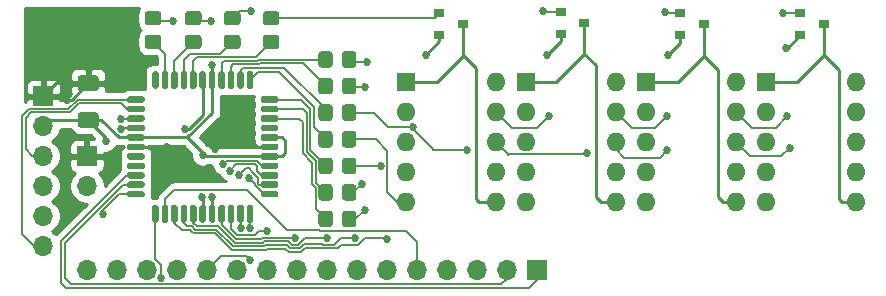
<source format=gbr>
%TF.GenerationSoftware,KiCad,Pcbnew,5.1.9-73d0e3b20d~88~ubuntu20.04.1*%
%TF.CreationDate,2021-03-07T16:47:50-05:00*%
%TF.ProjectId,hexdisplay16,68657864-6973-4706-9c61-7931362e6b69,rev?*%
%TF.SameCoordinates,Original*%
%TF.FileFunction,Copper,L1,Top*%
%TF.FilePolarity,Positive*%
%FSLAX46Y46*%
G04 Gerber Fmt 4.6, Leading zero omitted, Abs format (unit mm)*
G04 Created by KiCad (PCBNEW 5.1.9-73d0e3b20d~88~ubuntu20.04.1) date 2021-03-07 16:47:50*
%MOMM*%
%LPD*%
G01*
G04 APERTURE LIST*
%TA.AperFunction,ComponentPad*%
%ADD10O,1.600000X1.600000*%
%TD*%
%TA.AperFunction,ComponentPad*%
%ADD11R,1.600000X1.600000*%
%TD*%
%TA.AperFunction,ComponentPad*%
%ADD12R,1.700000X1.700000*%
%TD*%
%TA.AperFunction,ComponentPad*%
%ADD13O,1.700000X1.700000*%
%TD*%
%TA.AperFunction,SMDPad,CuDef*%
%ADD14R,0.900000X0.800000*%
%TD*%
%TA.AperFunction,ViaPad*%
%ADD15C,0.685800*%
%TD*%
%TA.AperFunction,Conductor*%
%ADD16C,0.254000*%
%TD*%
%TA.AperFunction,Conductor*%
%ADD17C,0.152400*%
%TD*%
%TA.AperFunction,Conductor*%
%ADD18C,0.100000*%
%TD*%
G04 APERTURE END LIST*
D10*
%TO.P,J2,10*%
%TO.N,/A*%
X136840000Y-124100000D03*
%TO.P,J2,5*%
%TO.N,/D*%
X129220000Y-134260000D03*
%TO.P,J2,9*%
%TO.N,/B*%
X136840000Y-126640000D03*
%TO.P,J2,4*%
%TO.N,/E*%
X129220000Y-131720000D03*
%TO.P,J2,8*%
%TO.N,/C*%
X136840000Y-129180000D03*
%TO.P,J2,3*%
%TO.N,/G*%
X129220000Y-129180000D03*
%TO.P,J2,7*%
%TO.N,Net-(J2-Pad7)*%
X136840000Y-131720000D03*
%TO.P,J2,2*%
%TO.N,/F*%
X129220000Y-126640000D03*
%TO.P,J2,6*%
%TO.N,/CA3*%
X136840000Y-134260000D03*
D11*
%TO.P,J2,1*%
X129220000Y-124100000D03*
%TD*%
D12*
%TO.P,J6,1*%
%TO.N,/D0*%
X120000000Y-140000000D03*
D13*
%TO.P,J6,2*%
%TO.N,/D1*%
X117460000Y-140000000D03*
%TO.P,J6,3*%
%TO.N,/D2*%
X114920000Y-140000000D03*
%TO.P,J6,4*%
%TO.N,/D3*%
X112380000Y-140000000D03*
%TO.P,J6,5*%
%TO.N,/D4*%
X109840000Y-140000000D03*
%TO.P,J6,6*%
%TO.N,/D5*%
X107300000Y-140000000D03*
%TO.P,J6,7*%
%TO.N,/D6*%
X104760000Y-140000000D03*
%TO.P,J6,8*%
%TO.N,/D7*%
X102220000Y-140000000D03*
%TO.P,J6,9*%
%TO.N,/D8*%
X99680000Y-140000000D03*
%TO.P,J6,10*%
%TO.N,/D9*%
X97140000Y-140000000D03*
%TO.P,J6,11*%
%TO.N,/D10*%
X94600000Y-140000000D03*
%TO.P,J6,12*%
%TO.N,/D11*%
X92060000Y-140000000D03*
%TO.P,J6,13*%
%TO.N,/D12*%
X89520000Y-140000000D03*
%TO.P,J6,14*%
%TO.N,/D13*%
X86980000Y-140000000D03*
%TO.P,J6,15*%
%TO.N,/D14*%
X84440000Y-140000000D03*
%TO.P,J6,16*%
%TO.N,/D15*%
X81900000Y-140000000D03*
%TD*%
%TO.P,C1,1*%
%TO.N,VCC*%
%TA.AperFunction,SMDPad,CuDef*%
G36*
G01*
X82650001Y-127987500D02*
X81349999Y-127987500D01*
G75*
G02*
X81100000Y-127737501I0J249999D01*
G01*
X81100000Y-126912499D01*
G75*
G02*
X81349999Y-126662500I249999J0D01*
G01*
X82650001Y-126662500D01*
G75*
G02*
X82900000Y-126912499I0J-249999D01*
G01*
X82900000Y-127737501D01*
G75*
G02*
X82650001Y-127987500I-249999J0D01*
G01*
G37*
%TD.AperFunction*%
%TO.P,C1,2*%
%TO.N,GND*%
%TA.AperFunction,SMDPad,CuDef*%
G36*
G01*
X82650001Y-124862500D02*
X81349999Y-124862500D01*
G75*
G02*
X81100000Y-124612501I0J249999D01*
G01*
X81100000Y-123787499D01*
G75*
G02*
X81349999Y-123537500I249999J0D01*
G01*
X82650001Y-123537500D01*
G75*
G02*
X82900000Y-123787499I0J-249999D01*
G01*
X82900000Y-124612501D01*
G75*
G02*
X82650001Y-124862500I-249999J0D01*
G01*
G37*
%TD.AperFunction*%
%TD*%
D11*
%TO.P,J1,1*%
%TO.N,/CA4*%
X139380000Y-124100000D03*
D10*
%TO.P,J1,6*%
X147000000Y-134260000D03*
%TO.P,J1,2*%
%TO.N,/F*%
X139380000Y-126640000D03*
%TO.P,J1,7*%
%TO.N,Net-(J1-Pad7)*%
X147000000Y-131720000D03*
%TO.P,J1,3*%
%TO.N,/G*%
X139380000Y-129180000D03*
%TO.P,J1,8*%
%TO.N,/C*%
X147000000Y-129180000D03*
%TO.P,J1,4*%
%TO.N,/E*%
X139380000Y-131720000D03*
%TO.P,J1,9*%
%TO.N,/B*%
X147000000Y-126640000D03*
%TO.P,J1,5*%
%TO.N,/D*%
X139380000Y-134260000D03*
%TO.P,J1,10*%
%TO.N,/A*%
X147000000Y-124100000D03*
%TD*%
D11*
%TO.P,J3,1*%
%TO.N,/CA2*%
X119060000Y-124100000D03*
D10*
%TO.P,J3,6*%
X126680000Y-134260000D03*
%TO.P,J3,2*%
%TO.N,/F*%
X119060000Y-126640000D03*
%TO.P,J3,7*%
%TO.N,Net-(J3-Pad7)*%
X126680000Y-131720000D03*
%TO.P,J3,3*%
%TO.N,/G*%
X119060000Y-129180000D03*
%TO.P,J3,8*%
%TO.N,/C*%
X126680000Y-129180000D03*
%TO.P,J3,4*%
%TO.N,/E*%
X119060000Y-131720000D03*
%TO.P,J3,9*%
%TO.N,/B*%
X126680000Y-126640000D03*
%TO.P,J3,5*%
%TO.N,/D*%
X119060000Y-134260000D03*
%TO.P,J3,10*%
%TO.N,/A*%
X126680000Y-124100000D03*
%TD*%
%TO.P,J4,10*%
%TO.N,/A*%
X116520000Y-124100000D03*
%TO.P,J4,5*%
%TO.N,/D*%
X108900000Y-134260000D03*
%TO.P,J4,9*%
%TO.N,/B*%
X116520000Y-126640000D03*
%TO.P,J4,4*%
%TO.N,/E*%
X108900000Y-131720000D03*
%TO.P,J4,8*%
%TO.N,/C*%
X116520000Y-129180000D03*
%TO.P,J4,3*%
%TO.N,/G*%
X108900000Y-129180000D03*
%TO.P,J4,7*%
%TO.N,Net-(J4-Pad7)*%
X116520000Y-131720000D03*
%TO.P,J4,2*%
%TO.N,/F*%
X108900000Y-126640000D03*
%TO.P,J4,6*%
%TO.N,/CA1*%
X116520000Y-134260000D03*
D11*
%TO.P,J4,1*%
X108900000Y-124100000D03*
%TD*%
D12*
%TO.P,J5,1*%
%TO.N,GND*%
X81900000Y-130380000D03*
D13*
%TO.P,J5,2*%
%TO.N,VCC*%
X81900000Y-132920000D03*
%TD*%
D12*
%TO.P,J7,1*%
%TO.N,GND*%
X78200000Y-125300000D03*
D13*
%TO.P,J7,2*%
%TO.N,VCC*%
X78200000Y-127840000D03*
%TO.P,J7,3*%
%TO.N,/MISO*%
X78200000Y-130380000D03*
%TO.P,J7,4*%
%TO.N,/SCK*%
X78200000Y-132920000D03*
%TO.P,J7,5*%
%TO.N,/~RESET*%
X78200000Y-135460000D03*
%TO.P,J7,6*%
%TO.N,/MOSI*%
X78200000Y-138000000D03*
%TD*%
D14*
%TO.P,Q1,3*%
%TO.N,/CA1*%
X113700000Y-119200000D03*
%TO.P,Q1,2*%
%TO.N,VCC*%
X111700000Y-120150000D03*
%TO.P,Q1,1*%
%TO.N,Net-(Q1-Pad1)*%
X111700000Y-118250000D03*
%TD*%
%TO.P,Q2,1*%
%TO.N,Net-(Q2-Pad1)*%
X122000000Y-118150000D03*
%TO.P,Q2,2*%
%TO.N,VCC*%
X122000000Y-120050000D03*
%TO.P,Q2,3*%
%TO.N,/CA2*%
X124000000Y-119100000D03*
%TD*%
%TO.P,Q3,1*%
%TO.N,Net-(Q3-Pad1)*%
X132100000Y-118250000D03*
%TO.P,Q3,2*%
%TO.N,VCC*%
X132100000Y-120150000D03*
%TO.P,Q3,3*%
%TO.N,/CA3*%
X134100000Y-119200000D03*
%TD*%
%TO.P,Q4,3*%
%TO.N,/CA4*%
X144300000Y-119200000D03*
%TO.P,Q4,2*%
%TO.N,VCC*%
X142300000Y-120150000D03*
%TO.P,Q4,1*%
%TO.N,Net-(Q4-Pad1)*%
X142300000Y-118250000D03*
%TD*%
%TO.P,R1,1*%
%TO.N,Net-(R1-Pad1)*%
%TA.AperFunction,SMDPad,CuDef*%
G36*
G01*
X101500000Y-122650001D02*
X101500000Y-121749999D01*
G75*
G02*
X101749999Y-121500000I249999J0D01*
G01*
X102450001Y-121500000D01*
G75*
G02*
X102700000Y-121749999I0J-249999D01*
G01*
X102700000Y-122650001D01*
G75*
G02*
X102450001Y-122900000I-249999J0D01*
G01*
X101749999Y-122900000D01*
G75*
G02*
X101500000Y-122650001I0J249999D01*
G01*
G37*
%TD.AperFunction*%
%TO.P,R1,2*%
%TO.N,/A*%
%TA.AperFunction,SMDPad,CuDef*%
G36*
G01*
X103500000Y-122650001D02*
X103500000Y-121749999D01*
G75*
G02*
X103749999Y-121500000I249999J0D01*
G01*
X104450001Y-121500000D01*
G75*
G02*
X104700000Y-121749999I0J-249999D01*
G01*
X104700000Y-122650001D01*
G75*
G02*
X104450001Y-122900000I-249999J0D01*
G01*
X103749999Y-122900000D01*
G75*
G02*
X103500000Y-122650001I0J249999D01*
G01*
G37*
%TD.AperFunction*%
%TD*%
%TO.P,R2,2*%
%TO.N,/B*%
%TA.AperFunction,SMDPad,CuDef*%
G36*
G01*
X103500000Y-124900001D02*
X103500000Y-123999999D01*
G75*
G02*
X103749999Y-123750000I249999J0D01*
G01*
X104450001Y-123750000D01*
G75*
G02*
X104700000Y-123999999I0J-249999D01*
G01*
X104700000Y-124900001D01*
G75*
G02*
X104450001Y-125150000I-249999J0D01*
G01*
X103749999Y-125150000D01*
G75*
G02*
X103500000Y-124900001I0J249999D01*
G01*
G37*
%TD.AperFunction*%
%TO.P,R2,1*%
%TO.N,Net-(R2-Pad1)*%
%TA.AperFunction,SMDPad,CuDef*%
G36*
G01*
X101500000Y-124900001D02*
X101500000Y-123999999D01*
G75*
G02*
X101749999Y-123750000I249999J0D01*
G01*
X102450001Y-123750000D01*
G75*
G02*
X102700000Y-123999999I0J-249999D01*
G01*
X102700000Y-124900001D01*
G75*
G02*
X102450001Y-125150000I-249999J0D01*
G01*
X101749999Y-125150000D01*
G75*
G02*
X101500000Y-124900001I0J249999D01*
G01*
G37*
%TD.AperFunction*%
%TD*%
%TO.P,R3,1*%
%TO.N,Net-(R3-Pad1)*%
%TA.AperFunction,SMDPad,CuDef*%
G36*
G01*
X101500000Y-127150001D02*
X101500000Y-126249999D01*
G75*
G02*
X101749999Y-126000000I249999J0D01*
G01*
X102450001Y-126000000D01*
G75*
G02*
X102700000Y-126249999I0J-249999D01*
G01*
X102700000Y-127150001D01*
G75*
G02*
X102450001Y-127400000I-249999J0D01*
G01*
X101749999Y-127400000D01*
G75*
G02*
X101500000Y-127150001I0J249999D01*
G01*
G37*
%TD.AperFunction*%
%TO.P,R3,2*%
%TO.N,/C*%
%TA.AperFunction,SMDPad,CuDef*%
G36*
G01*
X103500000Y-127150001D02*
X103500000Y-126249999D01*
G75*
G02*
X103749999Y-126000000I249999J0D01*
G01*
X104450001Y-126000000D01*
G75*
G02*
X104700000Y-126249999I0J-249999D01*
G01*
X104700000Y-127150001D01*
G75*
G02*
X104450001Y-127400000I-249999J0D01*
G01*
X103749999Y-127400000D01*
G75*
G02*
X103500000Y-127150001I0J249999D01*
G01*
G37*
%TD.AperFunction*%
%TD*%
%TO.P,R4,2*%
%TO.N,/D*%
%TA.AperFunction,SMDPad,CuDef*%
G36*
G01*
X103500000Y-129400001D02*
X103500000Y-128499999D01*
G75*
G02*
X103749999Y-128250000I249999J0D01*
G01*
X104450001Y-128250000D01*
G75*
G02*
X104700000Y-128499999I0J-249999D01*
G01*
X104700000Y-129400001D01*
G75*
G02*
X104450001Y-129650000I-249999J0D01*
G01*
X103749999Y-129650000D01*
G75*
G02*
X103500000Y-129400001I0J249999D01*
G01*
G37*
%TD.AperFunction*%
%TO.P,R4,1*%
%TO.N,Net-(R4-Pad1)*%
%TA.AperFunction,SMDPad,CuDef*%
G36*
G01*
X101500000Y-129400001D02*
X101500000Y-128499999D01*
G75*
G02*
X101749999Y-128250000I249999J0D01*
G01*
X102450001Y-128250000D01*
G75*
G02*
X102700000Y-128499999I0J-249999D01*
G01*
X102700000Y-129400001D01*
G75*
G02*
X102450001Y-129650000I-249999J0D01*
G01*
X101749999Y-129650000D01*
G75*
G02*
X101500000Y-129400001I0J249999D01*
G01*
G37*
%TD.AperFunction*%
%TD*%
%TO.P,R5,1*%
%TO.N,Net-(R5-Pad1)*%
%TA.AperFunction,SMDPad,CuDef*%
G36*
G01*
X101500000Y-131650001D02*
X101500000Y-130749999D01*
G75*
G02*
X101749999Y-130500000I249999J0D01*
G01*
X102450001Y-130500000D01*
G75*
G02*
X102700000Y-130749999I0J-249999D01*
G01*
X102700000Y-131650001D01*
G75*
G02*
X102450001Y-131900000I-249999J0D01*
G01*
X101749999Y-131900000D01*
G75*
G02*
X101500000Y-131650001I0J249999D01*
G01*
G37*
%TD.AperFunction*%
%TO.P,R5,2*%
%TO.N,/E*%
%TA.AperFunction,SMDPad,CuDef*%
G36*
G01*
X103500000Y-131650001D02*
X103500000Y-130749999D01*
G75*
G02*
X103749999Y-130500000I249999J0D01*
G01*
X104450001Y-130500000D01*
G75*
G02*
X104700000Y-130749999I0J-249999D01*
G01*
X104700000Y-131650001D01*
G75*
G02*
X104450001Y-131900000I-249999J0D01*
G01*
X103749999Y-131900000D01*
G75*
G02*
X103500000Y-131650001I0J249999D01*
G01*
G37*
%TD.AperFunction*%
%TD*%
%TO.P,R6,2*%
%TO.N,/F*%
%TA.AperFunction,SMDPad,CuDef*%
G36*
G01*
X103500000Y-133900001D02*
X103500000Y-132999999D01*
G75*
G02*
X103749999Y-132750000I249999J0D01*
G01*
X104450001Y-132750000D01*
G75*
G02*
X104700000Y-132999999I0J-249999D01*
G01*
X104700000Y-133900001D01*
G75*
G02*
X104450001Y-134150000I-249999J0D01*
G01*
X103749999Y-134150000D01*
G75*
G02*
X103500000Y-133900001I0J249999D01*
G01*
G37*
%TD.AperFunction*%
%TO.P,R6,1*%
%TO.N,Net-(R6-Pad1)*%
%TA.AperFunction,SMDPad,CuDef*%
G36*
G01*
X101500000Y-133900001D02*
X101500000Y-132999999D01*
G75*
G02*
X101749999Y-132750000I249999J0D01*
G01*
X102450001Y-132750000D01*
G75*
G02*
X102700000Y-132999999I0J-249999D01*
G01*
X102700000Y-133900001D01*
G75*
G02*
X102450001Y-134150000I-249999J0D01*
G01*
X101749999Y-134150000D01*
G75*
G02*
X101500000Y-133900001I0J249999D01*
G01*
G37*
%TD.AperFunction*%
%TD*%
%TO.P,R7,1*%
%TO.N,Net-(R7-Pad1)*%
%TA.AperFunction,SMDPad,CuDef*%
G36*
G01*
X101500000Y-136150001D02*
X101500000Y-135249999D01*
G75*
G02*
X101749999Y-135000000I249999J0D01*
G01*
X102450001Y-135000000D01*
G75*
G02*
X102700000Y-135249999I0J-249999D01*
G01*
X102700000Y-136150001D01*
G75*
G02*
X102450001Y-136400000I-249999J0D01*
G01*
X101749999Y-136400000D01*
G75*
G02*
X101500000Y-136150001I0J249999D01*
G01*
G37*
%TD.AperFunction*%
%TO.P,R7,2*%
%TO.N,/G*%
%TA.AperFunction,SMDPad,CuDef*%
G36*
G01*
X103500000Y-136150001D02*
X103500000Y-135249999D01*
G75*
G02*
X103749999Y-135000000I249999J0D01*
G01*
X104450001Y-135000000D01*
G75*
G02*
X104700000Y-135249999I0J-249999D01*
G01*
X104700000Y-136150001D01*
G75*
G02*
X104450001Y-136400000I-249999J0D01*
G01*
X103749999Y-136400000D01*
G75*
G02*
X103500000Y-136150001I0J249999D01*
G01*
G37*
%TD.AperFunction*%
%TD*%
%TO.P,R8,1*%
%TO.N,Net-(Q1-Pad1)*%
%TA.AperFunction,SMDPad,CuDef*%
G36*
G01*
X97049999Y-118100000D02*
X97950001Y-118100000D01*
G75*
G02*
X98200000Y-118349999I0J-249999D01*
G01*
X98200000Y-119050001D01*
G75*
G02*
X97950001Y-119300000I-249999J0D01*
G01*
X97049999Y-119300000D01*
G75*
G02*
X96800000Y-119050001I0J249999D01*
G01*
X96800000Y-118349999D01*
G75*
G02*
X97049999Y-118100000I249999J0D01*
G01*
G37*
%TD.AperFunction*%
%TO.P,R8,2*%
%TO.N,Net-(R8-Pad2)*%
%TA.AperFunction,SMDPad,CuDef*%
G36*
G01*
X97049999Y-120100000D02*
X97950001Y-120100000D01*
G75*
G02*
X98200000Y-120349999I0J-249999D01*
G01*
X98200000Y-121050001D01*
G75*
G02*
X97950001Y-121300000I-249999J0D01*
G01*
X97049999Y-121300000D01*
G75*
G02*
X96800000Y-121050001I0J249999D01*
G01*
X96800000Y-120349999D01*
G75*
G02*
X97049999Y-120100000I249999J0D01*
G01*
G37*
%TD.AperFunction*%
%TD*%
%TO.P,R9,2*%
%TO.N,Net-(R9-Pad2)*%
%TA.AperFunction,SMDPad,CuDef*%
G36*
G01*
X93749999Y-120100000D02*
X94650001Y-120100000D01*
G75*
G02*
X94900000Y-120349999I0J-249999D01*
G01*
X94900000Y-121050001D01*
G75*
G02*
X94650001Y-121300000I-249999J0D01*
G01*
X93749999Y-121300000D01*
G75*
G02*
X93500000Y-121050001I0J249999D01*
G01*
X93500000Y-120349999D01*
G75*
G02*
X93749999Y-120100000I249999J0D01*
G01*
G37*
%TD.AperFunction*%
%TO.P,R9,1*%
%TO.N,Net-(Q2-Pad1)*%
%TA.AperFunction,SMDPad,CuDef*%
G36*
G01*
X93749999Y-118100000D02*
X94650001Y-118100000D01*
G75*
G02*
X94900000Y-118349999I0J-249999D01*
G01*
X94900000Y-119050001D01*
G75*
G02*
X94650001Y-119300000I-249999J0D01*
G01*
X93749999Y-119300000D01*
G75*
G02*
X93500000Y-119050001I0J249999D01*
G01*
X93500000Y-118349999D01*
G75*
G02*
X93749999Y-118100000I249999J0D01*
G01*
G37*
%TD.AperFunction*%
%TD*%
%TO.P,R10,1*%
%TO.N,Net-(Q3-Pad1)*%
%TA.AperFunction,SMDPad,CuDef*%
G36*
G01*
X90449999Y-118100000D02*
X91350001Y-118100000D01*
G75*
G02*
X91600000Y-118349999I0J-249999D01*
G01*
X91600000Y-119050001D01*
G75*
G02*
X91350001Y-119300000I-249999J0D01*
G01*
X90449999Y-119300000D01*
G75*
G02*
X90200000Y-119050001I0J249999D01*
G01*
X90200000Y-118349999D01*
G75*
G02*
X90449999Y-118100000I249999J0D01*
G01*
G37*
%TD.AperFunction*%
%TO.P,R10,2*%
%TO.N,Net-(R10-Pad2)*%
%TA.AperFunction,SMDPad,CuDef*%
G36*
G01*
X90449999Y-120100000D02*
X91350001Y-120100000D01*
G75*
G02*
X91600000Y-120349999I0J-249999D01*
G01*
X91600000Y-121050001D01*
G75*
G02*
X91350001Y-121300000I-249999J0D01*
G01*
X90449999Y-121300000D01*
G75*
G02*
X90200000Y-121050001I0J249999D01*
G01*
X90200000Y-120349999D01*
G75*
G02*
X90449999Y-120100000I249999J0D01*
G01*
G37*
%TD.AperFunction*%
%TD*%
%TO.P,R11,2*%
%TO.N,Net-(R11-Pad2)*%
%TA.AperFunction,SMDPad,CuDef*%
G36*
G01*
X87049999Y-120100000D02*
X87950001Y-120100000D01*
G75*
G02*
X88200000Y-120349999I0J-249999D01*
G01*
X88200000Y-121050001D01*
G75*
G02*
X87950001Y-121300000I-249999J0D01*
G01*
X87049999Y-121300000D01*
G75*
G02*
X86800000Y-121050001I0J249999D01*
G01*
X86800000Y-120349999D01*
G75*
G02*
X87049999Y-120100000I249999J0D01*
G01*
G37*
%TD.AperFunction*%
%TO.P,R11,1*%
%TO.N,Net-(Q4-Pad1)*%
%TA.AperFunction,SMDPad,CuDef*%
G36*
G01*
X87049999Y-118100000D02*
X87950001Y-118100000D01*
G75*
G02*
X88200000Y-118349999I0J-249999D01*
G01*
X88200000Y-119050001D01*
G75*
G02*
X87950001Y-119300000I-249999J0D01*
G01*
X87049999Y-119300000D01*
G75*
G02*
X86800000Y-119050001I0J249999D01*
G01*
X86800000Y-118349999D01*
G75*
G02*
X87049999Y-118100000I249999J0D01*
G01*
G37*
%TD.AperFunction*%
%TD*%
%TO.P,U1,1*%
%TO.N,/MOSI*%
%TA.AperFunction,SMDPad,CuDef*%
G36*
G01*
X85300000Y-125737500D02*
X85300000Y-125462500D01*
G75*
G02*
X85437500Y-125325000I137500J0D01*
G01*
X86637500Y-125325000D01*
G75*
G02*
X86775000Y-125462500I0J-137500D01*
G01*
X86775000Y-125737500D01*
G75*
G02*
X86637500Y-125875000I-137500J0D01*
G01*
X85437500Y-125875000D01*
G75*
G02*
X85300000Y-125737500I0J137500D01*
G01*
G37*
%TD.AperFunction*%
%TO.P,U1,2*%
%TO.N,/MISO*%
%TA.AperFunction,SMDPad,CuDef*%
G36*
G01*
X85300000Y-126537500D02*
X85300000Y-126262500D01*
G75*
G02*
X85437500Y-126125000I137500J0D01*
G01*
X86637500Y-126125000D01*
G75*
G02*
X86775000Y-126262500I0J-137500D01*
G01*
X86775000Y-126537500D01*
G75*
G02*
X86637500Y-126675000I-137500J0D01*
G01*
X85437500Y-126675000D01*
G75*
G02*
X85300000Y-126537500I0J137500D01*
G01*
G37*
%TD.AperFunction*%
%TO.P,U1,3*%
%TO.N,/SCK*%
%TA.AperFunction,SMDPad,CuDef*%
G36*
G01*
X85300000Y-127337500D02*
X85300000Y-127062500D01*
G75*
G02*
X85437500Y-126925000I137500J0D01*
G01*
X86637500Y-126925000D01*
G75*
G02*
X86775000Y-127062500I0J-137500D01*
G01*
X86775000Y-127337500D01*
G75*
G02*
X86637500Y-127475000I-137500J0D01*
G01*
X85437500Y-127475000D01*
G75*
G02*
X85300000Y-127337500I0J137500D01*
G01*
G37*
%TD.AperFunction*%
%TO.P,U1,4*%
%TO.N,/~RESET*%
%TA.AperFunction,SMDPad,CuDef*%
G36*
G01*
X85300000Y-128137500D02*
X85300000Y-127862500D01*
G75*
G02*
X85437500Y-127725000I137500J0D01*
G01*
X86637500Y-127725000D01*
G75*
G02*
X86775000Y-127862500I0J-137500D01*
G01*
X86775000Y-128137500D01*
G75*
G02*
X86637500Y-128275000I-137500J0D01*
G01*
X85437500Y-128275000D01*
G75*
G02*
X85300000Y-128137500I0J137500D01*
G01*
G37*
%TD.AperFunction*%
%TO.P,U1,5*%
%TO.N,VCC*%
%TA.AperFunction,SMDPad,CuDef*%
G36*
G01*
X85300000Y-128937500D02*
X85300000Y-128662500D01*
G75*
G02*
X85437500Y-128525000I137500J0D01*
G01*
X86637500Y-128525000D01*
G75*
G02*
X86775000Y-128662500I0J-137500D01*
G01*
X86775000Y-128937500D01*
G75*
G02*
X86637500Y-129075000I-137500J0D01*
G01*
X85437500Y-129075000D01*
G75*
G02*
X85300000Y-128937500I0J137500D01*
G01*
G37*
%TD.AperFunction*%
%TO.P,U1,6*%
%TO.N,GND*%
%TA.AperFunction,SMDPad,CuDef*%
G36*
G01*
X85300000Y-129737500D02*
X85300000Y-129462500D01*
G75*
G02*
X85437500Y-129325000I137500J0D01*
G01*
X86637500Y-129325000D01*
G75*
G02*
X86775000Y-129462500I0J-137500D01*
G01*
X86775000Y-129737500D01*
G75*
G02*
X86637500Y-129875000I-137500J0D01*
G01*
X85437500Y-129875000D01*
G75*
G02*
X85300000Y-129737500I0J137500D01*
G01*
G37*
%TD.AperFunction*%
%TO.P,U1,7*%
%TO.N,Net-(U1-Pad7)*%
%TA.AperFunction,SMDPad,CuDef*%
G36*
G01*
X85300000Y-130537500D02*
X85300000Y-130262500D01*
G75*
G02*
X85437500Y-130125000I137500J0D01*
G01*
X86637500Y-130125000D01*
G75*
G02*
X86775000Y-130262500I0J-137500D01*
G01*
X86775000Y-130537500D01*
G75*
G02*
X86637500Y-130675000I-137500J0D01*
G01*
X85437500Y-130675000D01*
G75*
G02*
X85300000Y-130537500I0J137500D01*
G01*
G37*
%TD.AperFunction*%
%TO.P,U1,8*%
%TO.N,Net-(U1-Pad8)*%
%TA.AperFunction,SMDPad,CuDef*%
G36*
G01*
X85300000Y-131337500D02*
X85300000Y-131062500D01*
G75*
G02*
X85437500Y-130925000I137500J0D01*
G01*
X86637500Y-130925000D01*
G75*
G02*
X86775000Y-131062500I0J-137500D01*
G01*
X86775000Y-131337500D01*
G75*
G02*
X86637500Y-131475000I-137500J0D01*
G01*
X85437500Y-131475000D01*
G75*
G02*
X85300000Y-131337500I0J137500D01*
G01*
G37*
%TD.AperFunction*%
%TO.P,U1,9*%
%TO.N,/D0*%
%TA.AperFunction,SMDPad,CuDef*%
G36*
G01*
X85300000Y-132137500D02*
X85300000Y-131862500D01*
G75*
G02*
X85437500Y-131725000I137500J0D01*
G01*
X86637500Y-131725000D01*
G75*
G02*
X86775000Y-131862500I0J-137500D01*
G01*
X86775000Y-132137500D01*
G75*
G02*
X86637500Y-132275000I-137500J0D01*
G01*
X85437500Y-132275000D01*
G75*
G02*
X85300000Y-132137500I0J137500D01*
G01*
G37*
%TD.AperFunction*%
%TO.P,U1,10*%
%TO.N,/D1*%
%TA.AperFunction,SMDPad,CuDef*%
G36*
G01*
X85300000Y-132937500D02*
X85300000Y-132662500D01*
G75*
G02*
X85437500Y-132525000I137500J0D01*
G01*
X86637500Y-132525000D01*
G75*
G02*
X86775000Y-132662500I0J-137500D01*
G01*
X86775000Y-132937500D01*
G75*
G02*
X86637500Y-133075000I-137500J0D01*
G01*
X85437500Y-133075000D01*
G75*
G02*
X85300000Y-132937500I0J137500D01*
G01*
G37*
%TD.AperFunction*%
%TO.P,U1,11*%
%TO.N,/D2*%
%TA.AperFunction,SMDPad,CuDef*%
G36*
G01*
X85300000Y-133737500D02*
X85300000Y-133462500D01*
G75*
G02*
X85437500Y-133325000I137500J0D01*
G01*
X86637500Y-133325000D01*
G75*
G02*
X86775000Y-133462500I0J-137500D01*
G01*
X86775000Y-133737500D01*
G75*
G02*
X86637500Y-133875000I-137500J0D01*
G01*
X85437500Y-133875000D01*
G75*
G02*
X85300000Y-133737500I0J137500D01*
G01*
G37*
%TD.AperFunction*%
%TO.P,U1,12*%
%TO.N,/D3*%
%TA.AperFunction,SMDPad,CuDef*%
G36*
G01*
X87425000Y-135862500D02*
X87425000Y-134662500D01*
G75*
G02*
X87562500Y-134525000I137500J0D01*
G01*
X87837500Y-134525000D01*
G75*
G02*
X87975000Y-134662500I0J-137500D01*
G01*
X87975000Y-135862500D01*
G75*
G02*
X87837500Y-136000000I-137500J0D01*
G01*
X87562500Y-136000000D01*
G75*
G02*
X87425000Y-135862500I0J137500D01*
G01*
G37*
%TD.AperFunction*%
%TO.P,U1,13*%
%TO.N,/D4*%
%TA.AperFunction,SMDPad,CuDef*%
G36*
G01*
X88225000Y-135862500D02*
X88225000Y-134662500D01*
G75*
G02*
X88362500Y-134525000I137500J0D01*
G01*
X88637500Y-134525000D01*
G75*
G02*
X88775000Y-134662500I0J-137500D01*
G01*
X88775000Y-135862500D01*
G75*
G02*
X88637500Y-136000000I-137500J0D01*
G01*
X88362500Y-136000000D01*
G75*
G02*
X88225000Y-135862500I0J137500D01*
G01*
G37*
%TD.AperFunction*%
%TO.P,U1,14*%
%TO.N,/D5*%
%TA.AperFunction,SMDPad,CuDef*%
G36*
G01*
X89025000Y-135862500D02*
X89025000Y-134662500D01*
G75*
G02*
X89162500Y-134525000I137500J0D01*
G01*
X89437500Y-134525000D01*
G75*
G02*
X89575000Y-134662500I0J-137500D01*
G01*
X89575000Y-135862500D01*
G75*
G02*
X89437500Y-136000000I-137500J0D01*
G01*
X89162500Y-136000000D01*
G75*
G02*
X89025000Y-135862500I0J137500D01*
G01*
G37*
%TD.AperFunction*%
%TO.P,U1,15*%
%TO.N,/D6*%
%TA.AperFunction,SMDPad,CuDef*%
G36*
G01*
X89825000Y-135862500D02*
X89825000Y-134662500D01*
G75*
G02*
X89962500Y-134525000I137500J0D01*
G01*
X90237500Y-134525000D01*
G75*
G02*
X90375000Y-134662500I0J-137500D01*
G01*
X90375000Y-135862500D01*
G75*
G02*
X90237500Y-136000000I-137500J0D01*
G01*
X89962500Y-136000000D01*
G75*
G02*
X89825000Y-135862500I0J137500D01*
G01*
G37*
%TD.AperFunction*%
%TO.P,U1,16*%
%TO.N,/D7*%
%TA.AperFunction,SMDPad,CuDef*%
G36*
G01*
X90625000Y-135862500D02*
X90625000Y-134662500D01*
G75*
G02*
X90762500Y-134525000I137500J0D01*
G01*
X91037500Y-134525000D01*
G75*
G02*
X91175000Y-134662500I0J-137500D01*
G01*
X91175000Y-135862500D01*
G75*
G02*
X91037500Y-136000000I-137500J0D01*
G01*
X90762500Y-136000000D01*
G75*
G02*
X90625000Y-135862500I0J137500D01*
G01*
G37*
%TD.AperFunction*%
%TO.P,U1,17*%
%TO.N,VCC*%
%TA.AperFunction,SMDPad,CuDef*%
G36*
G01*
X91425000Y-135862500D02*
X91425000Y-134662500D01*
G75*
G02*
X91562500Y-134525000I137500J0D01*
G01*
X91837500Y-134525000D01*
G75*
G02*
X91975000Y-134662500I0J-137500D01*
G01*
X91975000Y-135862500D01*
G75*
G02*
X91837500Y-136000000I-137500J0D01*
G01*
X91562500Y-136000000D01*
G75*
G02*
X91425000Y-135862500I0J137500D01*
G01*
G37*
%TD.AperFunction*%
%TO.P,U1,18*%
%TO.N,GND*%
%TA.AperFunction,SMDPad,CuDef*%
G36*
G01*
X92225000Y-135862500D02*
X92225000Y-134662500D01*
G75*
G02*
X92362500Y-134525000I137500J0D01*
G01*
X92637500Y-134525000D01*
G75*
G02*
X92775000Y-134662500I0J-137500D01*
G01*
X92775000Y-135862500D01*
G75*
G02*
X92637500Y-136000000I-137500J0D01*
G01*
X92362500Y-136000000D01*
G75*
G02*
X92225000Y-135862500I0J137500D01*
G01*
G37*
%TD.AperFunction*%
%TO.P,U1,19*%
%TO.N,/D8*%
%TA.AperFunction,SMDPad,CuDef*%
G36*
G01*
X93025000Y-135862500D02*
X93025000Y-134662500D01*
G75*
G02*
X93162500Y-134525000I137500J0D01*
G01*
X93437500Y-134525000D01*
G75*
G02*
X93575000Y-134662500I0J-137500D01*
G01*
X93575000Y-135862500D01*
G75*
G02*
X93437500Y-136000000I-137500J0D01*
G01*
X93162500Y-136000000D01*
G75*
G02*
X93025000Y-135862500I0J137500D01*
G01*
G37*
%TD.AperFunction*%
%TO.P,U1,20*%
%TO.N,/D9*%
%TA.AperFunction,SMDPad,CuDef*%
G36*
G01*
X93825000Y-135862500D02*
X93825000Y-134662500D01*
G75*
G02*
X93962500Y-134525000I137500J0D01*
G01*
X94237500Y-134525000D01*
G75*
G02*
X94375000Y-134662500I0J-137500D01*
G01*
X94375000Y-135862500D01*
G75*
G02*
X94237500Y-136000000I-137500J0D01*
G01*
X93962500Y-136000000D01*
G75*
G02*
X93825000Y-135862500I0J137500D01*
G01*
G37*
%TD.AperFunction*%
%TO.P,U1,21*%
%TO.N,/D10*%
%TA.AperFunction,SMDPad,CuDef*%
G36*
G01*
X94625000Y-135862500D02*
X94625000Y-134662500D01*
G75*
G02*
X94762500Y-134525000I137500J0D01*
G01*
X95037500Y-134525000D01*
G75*
G02*
X95175000Y-134662500I0J-137500D01*
G01*
X95175000Y-135862500D01*
G75*
G02*
X95037500Y-136000000I-137500J0D01*
G01*
X94762500Y-136000000D01*
G75*
G02*
X94625000Y-135862500I0J137500D01*
G01*
G37*
%TD.AperFunction*%
%TO.P,U1,22*%
%TO.N,/D11*%
%TA.AperFunction,SMDPad,CuDef*%
G36*
G01*
X95425000Y-135862500D02*
X95425000Y-134662500D01*
G75*
G02*
X95562500Y-134525000I137500J0D01*
G01*
X95837500Y-134525000D01*
G75*
G02*
X95975000Y-134662500I0J-137500D01*
G01*
X95975000Y-135862500D01*
G75*
G02*
X95837500Y-136000000I-137500J0D01*
G01*
X95562500Y-136000000D01*
G75*
G02*
X95425000Y-135862500I0J137500D01*
G01*
G37*
%TD.AperFunction*%
%TO.P,U1,23*%
%TO.N,/D12*%
%TA.AperFunction,SMDPad,CuDef*%
G36*
G01*
X96625000Y-133737500D02*
X96625000Y-133462500D01*
G75*
G02*
X96762500Y-133325000I137500J0D01*
G01*
X97962500Y-133325000D01*
G75*
G02*
X98100000Y-133462500I0J-137500D01*
G01*
X98100000Y-133737500D01*
G75*
G02*
X97962500Y-133875000I-137500J0D01*
G01*
X96762500Y-133875000D01*
G75*
G02*
X96625000Y-133737500I0J137500D01*
G01*
G37*
%TD.AperFunction*%
%TO.P,U1,24*%
%TO.N,/D13*%
%TA.AperFunction,SMDPad,CuDef*%
G36*
G01*
X96625000Y-132937500D02*
X96625000Y-132662500D01*
G75*
G02*
X96762500Y-132525000I137500J0D01*
G01*
X97962500Y-132525000D01*
G75*
G02*
X98100000Y-132662500I0J-137500D01*
G01*
X98100000Y-132937500D01*
G75*
G02*
X97962500Y-133075000I-137500J0D01*
G01*
X96762500Y-133075000D01*
G75*
G02*
X96625000Y-132937500I0J137500D01*
G01*
G37*
%TD.AperFunction*%
%TO.P,U1,25*%
%TO.N,/D14*%
%TA.AperFunction,SMDPad,CuDef*%
G36*
G01*
X96625000Y-132137500D02*
X96625000Y-131862500D01*
G75*
G02*
X96762500Y-131725000I137500J0D01*
G01*
X97962500Y-131725000D01*
G75*
G02*
X98100000Y-131862500I0J-137500D01*
G01*
X98100000Y-132137500D01*
G75*
G02*
X97962500Y-132275000I-137500J0D01*
G01*
X96762500Y-132275000D01*
G75*
G02*
X96625000Y-132137500I0J137500D01*
G01*
G37*
%TD.AperFunction*%
%TO.P,U1,26*%
%TO.N,/D15*%
%TA.AperFunction,SMDPad,CuDef*%
G36*
G01*
X96625000Y-131337500D02*
X96625000Y-131062500D01*
G75*
G02*
X96762500Y-130925000I137500J0D01*
G01*
X97962500Y-130925000D01*
G75*
G02*
X98100000Y-131062500I0J-137500D01*
G01*
X98100000Y-131337500D01*
G75*
G02*
X97962500Y-131475000I-137500J0D01*
G01*
X96762500Y-131475000D01*
G75*
G02*
X96625000Y-131337500I0J137500D01*
G01*
G37*
%TD.AperFunction*%
%TO.P,U1,27*%
%TO.N,VCC*%
%TA.AperFunction,SMDPad,CuDef*%
G36*
G01*
X96625000Y-130537500D02*
X96625000Y-130262500D01*
G75*
G02*
X96762500Y-130125000I137500J0D01*
G01*
X97962500Y-130125000D01*
G75*
G02*
X98100000Y-130262500I0J-137500D01*
G01*
X98100000Y-130537500D01*
G75*
G02*
X97962500Y-130675000I-137500J0D01*
G01*
X96762500Y-130675000D01*
G75*
G02*
X96625000Y-130537500I0J137500D01*
G01*
G37*
%TD.AperFunction*%
%TO.P,U1,28*%
%TO.N,GND*%
%TA.AperFunction,SMDPad,CuDef*%
G36*
G01*
X96625000Y-129737500D02*
X96625000Y-129462500D01*
G75*
G02*
X96762500Y-129325000I137500J0D01*
G01*
X97962500Y-129325000D01*
G75*
G02*
X98100000Y-129462500I0J-137500D01*
G01*
X98100000Y-129737500D01*
G75*
G02*
X97962500Y-129875000I-137500J0D01*
G01*
X96762500Y-129875000D01*
G75*
G02*
X96625000Y-129737500I0J137500D01*
G01*
G37*
%TD.AperFunction*%
%TO.P,U1,29*%
%TO.N,VCC*%
%TA.AperFunction,SMDPad,CuDef*%
G36*
G01*
X96625000Y-128937500D02*
X96625000Y-128662500D01*
G75*
G02*
X96762500Y-128525000I137500J0D01*
G01*
X97962500Y-128525000D01*
G75*
G02*
X98100000Y-128662500I0J-137500D01*
G01*
X98100000Y-128937500D01*
G75*
G02*
X97962500Y-129075000I-137500J0D01*
G01*
X96762500Y-129075000D01*
G75*
G02*
X96625000Y-128937500I0J137500D01*
G01*
G37*
%TD.AperFunction*%
%TO.P,U1,30*%
%TO.N,Net-(U1-Pad30)*%
%TA.AperFunction,SMDPad,CuDef*%
G36*
G01*
X96625000Y-128137500D02*
X96625000Y-127862500D01*
G75*
G02*
X96762500Y-127725000I137500J0D01*
G01*
X97962500Y-127725000D01*
G75*
G02*
X98100000Y-127862500I0J-137500D01*
G01*
X98100000Y-128137500D01*
G75*
G02*
X97962500Y-128275000I-137500J0D01*
G01*
X96762500Y-128275000D01*
G75*
G02*
X96625000Y-128137500I0J137500D01*
G01*
G37*
%TD.AperFunction*%
%TO.P,U1,31*%
%TO.N,Net-(R7-Pad1)*%
%TA.AperFunction,SMDPad,CuDef*%
G36*
G01*
X96625000Y-127337500D02*
X96625000Y-127062500D01*
G75*
G02*
X96762500Y-126925000I137500J0D01*
G01*
X97962500Y-126925000D01*
G75*
G02*
X98100000Y-127062500I0J-137500D01*
G01*
X98100000Y-127337500D01*
G75*
G02*
X97962500Y-127475000I-137500J0D01*
G01*
X96762500Y-127475000D01*
G75*
G02*
X96625000Y-127337500I0J137500D01*
G01*
G37*
%TD.AperFunction*%
%TO.P,U1,32*%
%TO.N,Net-(R6-Pad1)*%
%TA.AperFunction,SMDPad,CuDef*%
G36*
G01*
X96625000Y-126537500D02*
X96625000Y-126262500D01*
G75*
G02*
X96762500Y-126125000I137500J0D01*
G01*
X97962500Y-126125000D01*
G75*
G02*
X98100000Y-126262500I0J-137500D01*
G01*
X98100000Y-126537500D01*
G75*
G02*
X97962500Y-126675000I-137500J0D01*
G01*
X96762500Y-126675000D01*
G75*
G02*
X96625000Y-126537500I0J137500D01*
G01*
G37*
%TD.AperFunction*%
%TO.P,U1,33*%
%TO.N,Net-(R5-Pad1)*%
%TA.AperFunction,SMDPad,CuDef*%
G36*
G01*
X96625000Y-125737500D02*
X96625000Y-125462500D01*
G75*
G02*
X96762500Y-125325000I137500J0D01*
G01*
X97962500Y-125325000D01*
G75*
G02*
X98100000Y-125462500I0J-137500D01*
G01*
X98100000Y-125737500D01*
G75*
G02*
X97962500Y-125875000I-137500J0D01*
G01*
X96762500Y-125875000D01*
G75*
G02*
X96625000Y-125737500I0J137500D01*
G01*
G37*
%TD.AperFunction*%
%TO.P,U1,34*%
%TO.N,Net-(R4-Pad1)*%
%TA.AperFunction,SMDPad,CuDef*%
G36*
G01*
X95425000Y-124537500D02*
X95425000Y-123337500D01*
G75*
G02*
X95562500Y-123200000I137500J0D01*
G01*
X95837500Y-123200000D01*
G75*
G02*
X95975000Y-123337500I0J-137500D01*
G01*
X95975000Y-124537500D01*
G75*
G02*
X95837500Y-124675000I-137500J0D01*
G01*
X95562500Y-124675000D01*
G75*
G02*
X95425000Y-124537500I0J137500D01*
G01*
G37*
%TD.AperFunction*%
%TO.P,U1,35*%
%TO.N,Net-(R3-Pad1)*%
%TA.AperFunction,SMDPad,CuDef*%
G36*
G01*
X94625000Y-124537500D02*
X94625000Y-123337500D01*
G75*
G02*
X94762500Y-123200000I137500J0D01*
G01*
X95037500Y-123200000D01*
G75*
G02*
X95175000Y-123337500I0J-137500D01*
G01*
X95175000Y-124537500D01*
G75*
G02*
X95037500Y-124675000I-137500J0D01*
G01*
X94762500Y-124675000D01*
G75*
G02*
X94625000Y-124537500I0J137500D01*
G01*
G37*
%TD.AperFunction*%
%TO.P,U1,36*%
%TO.N,Net-(R2-Pad1)*%
%TA.AperFunction,SMDPad,CuDef*%
G36*
G01*
X93825000Y-124537500D02*
X93825000Y-123337500D01*
G75*
G02*
X93962500Y-123200000I137500J0D01*
G01*
X94237500Y-123200000D01*
G75*
G02*
X94375000Y-123337500I0J-137500D01*
G01*
X94375000Y-124537500D01*
G75*
G02*
X94237500Y-124675000I-137500J0D01*
G01*
X93962500Y-124675000D01*
G75*
G02*
X93825000Y-124537500I0J137500D01*
G01*
G37*
%TD.AperFunction*%
%TO.P,U1,37*%
%TO.N,Net-(R1-Pad1)*%
%TA.AperFunction,SMDPad,CuDef*%
G36*
G01*
X93025000Y-124537500D02*
X93025000Y-123337500D01*
G75*
G02*
X93162500Y-123200000I137500J0D01*
G01*
X93437500Y-123200000D01*
G75*
G02*
X93575000Y-123337500I0J-137500D01*
G01*
X93575000Y-124537500D01*
G75*
G02*
X93437500Y-124675000I-137500J0D01*
G01*
X93162500Y-124675000D01*
G75*
G02*
X93025000Y-124537500I0J137500D01*
G01*
G37*
%TD.AperFunction*%
%TO.P,U1,38*%
%TO.N,VCC*%
%TA.AperFunction,SMDPad,CuDef*%
G36*
G01*
X92225000Y-124537500D02*
X92225000Y-123337500D01*
G75*
G02*
X92362500Y-123200000I137500J0D01*
G01*
X92637500Y-123200000D01*
G75*
G02*
X92775000Y-123337500I0J-137500D01*
G01*
X92775000Y-124537500D01*
G75*
G02*
X92637500Y-124675000I-137500J0D01*
G01*
X92362500Y-124675000D01*
G75*
G02*
X92225000Y-124537500I0J137500D01*
G01*
G37*
%TD.AperFunction*%
%TO.P,U1,39*%
%TO.N,GND*%
%TA.AperFunction,SMDPad,CuDef*%
G36*
G01*
X91425000Y-124537500D02*
X91425000Y-123337500D01*
G75*
G02*
X91562500Y-123200000I137500J0D01*
G01*
X91837500Y-123200000D01*
G75*
G02*
X91975000Y-123337500I0J-137500D01*
G01*
X91975000Y-124537500D01*
G75*
G02*
X91837500Y-124675000I-137500J0D01*
G01*
X91562500Y-124675000D01*
G75*
G02*
X91425000Y-124537500I0J137500D01*
G01*
G37*
%TD.AperFunction*%
%TO.P,U1,40*%
%TO.N,Net-(R8-Pad2)*%
%TA.AperFunction,SMDPad,CuDef*%
G36*
G01*
X90625000Y-124537500D02*
X90625000Y-123337500D01*
G75*
G02*
X90762500Y-123200000I137500J0D01*
G01*
X91037500Y-123200000D01*
G75*
G02*
X91175000Y-123337500I0J-137500D01*
G01*
X91175000Y-124537500D01*
G75*
G02*
X91037500Y-124675000I-137500J0D01*
G01*
X90762500Y-124675000D01*
G75*
G02*
X90625000Y-124537500I0J137500D01*
G01*
G37*
%TD.AperFunction*%
%TO.P,U1,41*%
%TO.N,Net-(R9-Pad2)*%
%TA.AperFunction,SMDPad,CuDef*%
G36*
G01*
X89825000Y-124537500D02*
X89825000Y-123337500D01*
G75*
G02*
X89962500Y-123200000I137500J0D01*
G01*
X90237500Y-123200000D01*
G75*
G02*
X90375000Y-123337500I0J-137500D01*
G01*
X90375000Y-124537500D01*
G75*
G02*
X90237500Y-124675000I-137500J0D01*
G01*
X89962500Y-124675000D01*
G75*
G02*
X89825000Y-124537500I0J137500D01*
G01*
G37*
%TD.AperFunction*%
%TO.P,U1,42*%
%TO.N,Net-(R10-Pad2)*%
%TA.AperFunction,SMDPad,CuDef*%
G36*
G01*
X89025000Y-124537500D02*
X89025000Y-123337500D01*
G75*
G02*
X89162500Y-123200000I137500J0D01*
G01*
X89437500Y-123200000D01*
G75*
G02*
X89575000Y-123337500I0J-137500D01*
G01*
X89575000Y-124537500D01*
G75*
G02*
X89437500Y-124675000I-137500J0D01*
G01*
X89162500Y-124675000D01*
G75*
G02*
X89025000Y-124537500I0J137500D01*
G01*
G37*
%TD.AperFunction*%
%TO.P,U1,43*%
%TO.N,Net-(R11-Pad2)*%
%TA.AperFunction,SMDPad,CuDef*%
G36*
G01*
X88225000Y-124537500D02*
X88225000Y-123337500D01*
G75*
G02*
X88362500Y-123200000I137500J0D01*
G01*
X88637500Y-123200000D01*
G75*
G02*
X88775000Y-123337500I0J-137500D01*
G01*
X88775000Y-124537500D01*
G75*
G02*
X88637500Y-124675000I-137500J0D01*
G01*
X88362500Y-124675000D01*
G75*
G02*
X88225000Y-124537500I0J137500D01*
G01*
G37*
%TD.AperFunction*%
%TO.P,U1,44*%
%TO.N,Net-(U1-Pad44)*%
%TA.AperFunction,SMDPad,CuDef*%
G36*
G01*
X87425000Y-124537500D02*
X87425000Y-123337500D01*
G75*
G02*
X87562500Y-123200000I137500J0D01*
G01*
X87837500Y-123200000D01*
G75*
G02*
X87975000Y-123337500I0J-137500D01*
G01*
X87975000Y-124537500D01*
G75*
G02*
X87837500Y-124675000I-137500J0D01*
G01*
X87562500Y-124675000D01*
G75*
G02*
X87425000Y-124537500I0J137500D01*
G01*
G37*
%TD.AperFunction*%
%TD*%
D15*
%TO.N,VCC*%
X83500000Y-129100000D03*
X92500000Y-122700000D03*
X141100000Y-121200000D03*
X120823690Y-121776310D03*
X131123690Y-121776310D03*
X110576310Y-121776310D03*
X91661797Y-133800000D03*
X91700000Y-130300000D03*
%TO.N,GND*%
X92700000Y-129777700D03*
X90221117Y-128098817D03*
X80200000Y-125600000D03*
X92500000Y-133800000D03*
X86300000Y-124200000D03*
X88700000Y-129600000D03*
%TO.N,/F*%
X105200000Y-132700000D03*
%TO.N,/G*%
X105400000Y-134900000D03*
%TO.N,/C*%
X109500000Y-127900000D03*
X124200000Y-130128500D03*
X131000000Y-129900000D03*
X141400000Y-129700000D03*
X114100000Y-129900000D03*
%TO.N,/E*%
X106771500Y-131200000D03*
%TO.N,/B*%
X105400000Y-124500000D03*
X121000000Y-127000000D03*
X131000000Y-127000000D03*
X141200000Y-127000000D03*
%TO.N,/A*%
X105600000Y-122400000D03*
%TO.N,/D2*%
X83219645Y-135319645D03*
%TO.N,/D3*%
X88200000Y-140670080D03*
%TO.N,/D5*%
X107300000Y-137400000D03*
%TO.N,/D6*%
X104600000Y-137300000D03*
%TO.N,/D7*%
X102200000Y-137300000D03*
%TO.N,/D8*%
X99500000Y-137300000D03*
%TO.N,/D9*%
X97100000Y-136700000D03*
%TO.N,/D10*%
X94900000Y-136500000D03*
%TO.N,/D11*%
X95738203Y-136500000D03*
X95700000Y-139200000D03*
%TO.N,/D12*%
X95594523Y-132208814D03*
%TO.N,/D13*%
X94754910Y-131977898D03*
%TO.N,/D14*%
X94006059Y-131601329D03*
%TO.N,/D15*%
X93400000Y-131022300D03*
%TO.N,/SCK*%
X84800000Y-127200000D03*
%TO.N,/~RESET*%
X84800000Y-128100000D03*
%TO.N,Net-(Q2-Pad1)*%
X120500000Y-118100000D03*
X95800000Y-118100000D03*
%TO.N,Net-(Q3-Pad1)*%
X130800000Y-118200000D03*
X92400000Y-118900000D03*
%TO.N,Net-(Q4-Pad1)*%
X89200000Y-118900000D03*
X140800000Y-118300000D03*
%TD*%
D16*
%TO.N,VCC*%
X82000000Y-127325000D02*
X83125000Y-127325000D01*
X84600000Y-128800000D02*
X86037500Y-128800000D01*
X83125000Y-127325000D02*
X84600000Y-128800000D01*
X86037500Y-128800000D02*
X90400000Y-128800000D01*
X90400000Y-128800000D02*
X91700000Y-130100000D01*
X91800000Y-130400000D02*
X91700000Y-130300000D01*
X97362500Y-130400000D02*
X91800000Y-130400000D01*
X91700000Y-130100000D02*
X91700000Y-130300000D01*
X97362500Y-130400000D02*
X98400000Y-130400000D01*
X98400000Y-130400000D02*
X98700000Y-130100000D01*
X97362500Y-128800000D02*
X98400000Y-128800000D01*
X98700000Y-129100000D02*
X98400000Y-128800000D01*
X98700000Y-130100000D02*
X98700000Y-129100000D01*
X92500000Y-126700000D02*
X90400000Y-128800000D01*
X92500000Y-123937500D02*
X92500000Y-126700000D01*
X78715000Y-127325000D02*
X78200000Y-127840000D01*
X82000000Y-127325000D02*
X78715000Y-127325000D01*
X83500000Y-128825000D02*
X82000000Y-127325000D01*
X83500000Y-129100000D02*
X83500000Y-128825000D01*
X121900000Y-120150000D02*
X122000000Y-120050000D01*
X132000000Y-120050000D02*
X132100000Y-120150000D01*
X92500000Y-123937500D02*
X92500000Y-122700000D01*
X141250000Y-121200000D02*
X142300000Y-120150000D01*
X141100000Y-121200000D02*
X141250000Y-121200000D01*
X122000000Y-120600000D02*
X120823690Y-121776310D01*
X122000000Y-120050000D02*
X122000000Y-120600000D01*
X132100000Y-120800000D02*
X131123690Y-121776310D01*
X132100000Y-120150000D02*
X132100000Y-120800000D01*
X111700000Y-120652620D02*
X110576310Y-121776310D01*
X111700000Y-120150000D02*
X111700000Y-120652620D01*
X91700000Y-133838203D02*
X91661797Y-133800000D01*
X91700000Y-135262500D02*
X91700000Y-133838203D01*
%TO.N,GND*%
X79300000Y-124200000D02*
X78200000Y-125300000D01*
X82000000Y-124200000D02*
X79300000Y-124200000D01*
X92877700Y-129600000D02*
X92700000Y-129777700D01*
X97362500Y-129600000D02*
X92877700Y-129600000D01*
X91700000Y-123937500D02*
X91700000Y-126925250D01*
X90526433Y-128098817D02*
X90221117Y-128098817D01*
X91700000Y-126925250D02*
X90526433Y-128098817D01*
X80600000Y-125600000D02*
X82000000Y-124200000D01*
X80200000Y-125600000D02*
X80600000Y-125600000D01*
X92500000Y-133800000D02*
X92500000Y-135262500D01*
X82000000Y-124200000D02*
X86300000Y-124200000D01*
X88700000Y-129600000D02*
X86037500Y-129600000D01*
D17*
X92500000Y-135262500D02*
X92500000Y-135300000D01*
D16*
%TO.N,/CA4*%
X139380000Y-124100000D02*
X142000000Y-124100000D01*
X144300000Y-121800000D02*
X144300000Y-119200000D01*
X142000000Y-124100000D02*
X144300000Y-121800000D01*
X147000000Y-134260000D02*
X145860000Y-134260000D01*
X145860000Y-134260000D02*
X145600000Y-134000000D01*
X145600000Y-123100000D02*
X144300000Y-121800000D01*
X145600000Y-134000000D02*
X145600000Y-123100000D01*
D17*
%TO.N,/F*%
X104450000Y-133450000D02*
X105200000Y-132700000D01*
X104100000Y-133450000D02*
X104450000Y-133450000D01*
%TO.N,/G*%
X104600000Y-135700000D02*
X105400000Y-134900000D01*
X104100000Y-135700000D02*
X104600000Y-135700000D01*
%TO.N,/C*%
X116520000Y-129180000D02*
X116520000Y-128620000D01*
X109500000Y-127900000D02*
X107400000Y-127900000D01*
X106200000Y-126700000D02*
X104100000Y-126700000D01*
X107400000Y-127900000D02*
X106200000Y-126700000D01*
X117548601Y-130208601D02*
X117548601Y-130248601D01*
X116520000Y-129180000D02*
X117548601Y-130208601D01*
X124119899Y-130208601D02*
X124200000Y-130128500D01*
X117548601Y-130208601D02*
X124119899Y-130208601D01*
X126680000Y-129180000D02*
X126680000Y-129480000D01*
X126680000Y-129180000D02*
X126680000Y-129780000D01*
X126680000Y-129780000D02*
X127400000Y-130500000D01*
X127400000Y-130500000D02*
X129422330Y-130500000D01*
X130400000Y-130500000D02*
X131000000Y-129900000D01*
X129422330Y-130500000D02*
X130400000Y-130500000D01*
X136840000Y-129180000D02*
X138060000Y-130400000D01*
X140700000Y-130400000D02*
X141400000Y-129700000D01*
X138060000Y-130400000D02*
X140700000Y-130400000D01*
X114100000Y-129900000D02*
X111200000Y-129900000D01*
X111200000Y-129900000D02*
X111200000Y-129800000D01*
X109500000Y-128100000D02*
X109500000Y-127900000D01*
X111200000Y-129800000D02*
X109500000Y-128100000D01*
%TO.N,/E*%
X108900000Y-131720000D02*
X108820000Y-131720000D01*
X108820000Y-131720000D02*
X108300000Y-131200000D01*
X104100000Y-131200000D02*
X106700000Y-131200000D01*
X106700000Y-131200000D02*
X106771500Y-131200000D01*
%TO.N,/B*%
X104150000Y-124500000D02*
X104100000Y-124450000D01*
X105400000Y-124500000D02*
X104150000Y-124500000D01*
X116520000Y-126640000D02*
X117880000Y-128000000D01*
X117880000Y-128000000D02*
X119222330Y-128000000D01*
X120000000Y-128000000D02*
X121000000Y-127000000D01*
X119222330Y-128000000D02*
X120000000Y-128000000D01*
X126680000Y-126640000D02*
X128040000Y-128000000D01*
X130000000Y-128000000D02*
X131000000Y-127000000D01*
X128040000Y-128000000D02*
X130000000Y-128000000D01*
X136840000Y-126640000D02*
X138200000Y-128000000D01*
X140200000Y-128000000D02*
X141200000Y-127000000D01*
X138200000Y-128000000D02*
X140200000Y-128000000D01*
%TO.N,/D*%
X108160000Y-134260000D02*
X108900000Y-134260000D01*
X107343001Y-133443001D02*
X108160000Y-134260000D01*
X107343001Y-129943001D02*
X107343001Y-133443001D01*
X106350000Y-128950000D02*
X107343001Y-129943001D01*
X104100000Y-128950000D02*
X106350000Y-128950000D01*
%TO.N,/A*%
X104300000Y-122400000D02*
X104100000Y-122200000D01*
X105600000Y-122400000D02*
X104300000Y-122400000D01*
D16*
%TO.N,/CA3*%
X129220000Y-124100000D02*
X131900000Y-124100000D01*
X134100000Y-121900000D02*
X134100000Y-119200000D01*
X131900000Y-124100000D02*
X134100000Y-121900000D01*
X136840000Y-134260000D02*
X135760000Y-134260000D01*
X135760000Y-134260000D02*
X135300000Y-133800000D01*
X135300000Y-123100000D02*
X134100000Y-121900000D01*
X135300000Y-133800000D02*
X135300000Y-123100000D01*
%TO.N,/CA2*%
X119060000Y-124100000D02*
X121600000Y-124100000D01*
X124000000Y-121700000D02*
X124000000Y-119100000D01*
X121600000Y-124100000D02*
X124000000Y-121700000D01*
X126680000Y-134260000D02*
X125460000Y-134260000D01*
X125460000Y-134260000D02*
X125000000Y-133800000D01*
X125000000Y-122700000D02*
X124000000Y-121700000D01*
X125000000Y-133800000D02*
X125000000Y-122700000D01*
%TO.N,/CA1*%
X108900000Y-124100000D02*
X111500000Y-124100000D01*
X111500000Y-124100000D02*
X113700000Y-121900000D01*
X116520000Y-134260000D02*
X115060000Y-134260000D01*
X115060000Y-134260000D02*
X114800000Y-134000000D01*
X114800000Y-122900000D02*
X113700000Y-121800000D01*
X114800000Y-134000000D02*
X114800000Y-122900000D01*
X113700000Y-121800000D02*
X113700000Y-119200000D01*
X113700000Y-121900000D02*
X113700000Y-121800000D01*
D17*
%TO.N,/D0*%
X120000000Y-140900000D02*
X120000000Y-140000000D01*
X80146390Y-141546390D02*
X119353610Y-141546390D01*
X79700000Y-141100000D02*
X80146390Y-141546390D01*
X119353610Y-141546390D02*
X120000000Y-140900000D01*
X79700000Y-137600000D02*
X79700000Y-141100000D01*
X85300000Y-132000000D02*
X79700000Y-137600000D01*
X86037500Y-132000000D02*
X85300000Y-132000000D01*
%TO.N,/D1*%
X84931066Y-132800000D02*
X86037500Y-132800000D01*
X80004810Y-137726256D02*
X84931066Y-132800000D01*
X80004810Y-140673744D02*
X80004810Y-137726256D01*
X80572646Y-141241580D02*
X80004810Y-140673744D01*
X116958420Y-141241580D02*
X80572646Y-141241580D01*
X117460000Y-140740000D02*
X116958420Y-141241580D01*
X117460000Y-140000000D02*
X117460000Y-140740000D01*
%TO.N,/D2*%
X86037500Y-133600000D02*
X84600000Y-133600000D01*
X83219645Y-134980355D02*
X83219645Y-135319645D01*
X84600000Y-133600000D02*
X83219645Y-134980355D01*
%TO.N,/D3*%
X88200000Y-139623670D02*
X88200000Y-140670080D01*
X87700000Y-139123670D02*
X88200000Y-139623670D01*
X87700000Y-135262500D02*
X87700000Y-139123670D01*
%TO.N,/D4*%
X109840000Y-137640000D02*
X109840000Y-140000000D01*
X101623142Y-136700000D02*
X108900000Y-136700000D01*
X101523142Y-136600000D02*
X101623142Y-136700000D01*
X98800000Y-136600000D02*
X101523142Y-136600000D01*
X95428499Y-133228499D02*
X98800000Y-136600000D01*
X89271501Y-133228499D02*
X95428499Y-133228499D01*
X88500000Y-134000000D02*
X89271501Y-133228499D01*
X108900000Y-136700000D02*
X109840000Y-137640000D01*
X88500000Y-135262500D02*
X88500000Y-134000000D01*
%TO.N,/D5*%
X90642677Y-136604809D02*
X90818934Y-136781066D01*
X89904809Y-136604809D02*
X90642677Y-136604809D01*
X89300000Y-136000000D02*
X89904809Y-136604809D01*
X89300000Y-135262500D02*
X89300000Y-136000000D01*
X90818934Y-136781066D02*
X90947488Y-136909620D01*
X90947488Y-136909620D02*
X92739534Y-136909620D01*
X92739534Y-136909620D02*
X94144344Y-138314430D01*
X97085570Y-138314430D02*
X97185570Y-138214430D01*
X94144344Y-138314430D02*
X97085570Y-138314430D01*
X97185570Y-138214430D02*
X98600000Y-138214430D01*
X98706476Y-138214430D02*
X98973166Y-138481120D01*
X98600000Y-138214430D02*
X98706476Y-138214430D01*
X98973166Y-138481120D02*
X100026835Y-138481119D01*
X100026835Y-138481119D02*
X100331643Y-138176311D01*
X100331643Y-138176311D02*
X103123689Y-138176311D01*
X104874321Y-137871501D02*
X105400000Y-137345822D01*
X103428499Y-137871501D02*
X104874321Y-137871501D01*
X103123689Y-138176311D02*
X103428499Y-137871501D01*
X107245822Y-137345822D02*
X107300000Y-137400000D01*
X105400000Y-137345822D02*
X107245822Y-137345822D01*
%TO.N,/D6*%
X90100000Y-136000000D02*
X90100000Y-135262500D01*
X90400000Y-136300000D02*
X90100000Y-136000000D01*
X90768934Y-136300000D02*
X90400000Y-136300000D01*
X91073744Y-136604810D02*
X90768934Y-136300000D01*
X103400000Y-137300000D02*
X102828499Y-137871501D01*
X94270600Y-138009620D02*
X92865790Y-136604810D01*
X102828499Y-137871501D02*
X101925679Y-137871501D01*
X99099423Y-138176311D02*
X98832732Y-137909620D01*
X101925679Y-137871501D02*
X101854178Y-137800000D01*
X101854178Y-137800000D02*
X100276888Y-137800000D01*
X100276888Y-137800000D02*
X99900578Y-138176310D01*
X104600000Y-137300000D02*
X103400000Y-137300000D01*
X99900578Y-138176310D02*
X99099423Y-138176311D01*
X92865790Y-136604810D02*
X91073744Y-136604810D01*
X96906690Y-138009620D02*
X94270600Y-138009620D01*
X97006690Y-137909620D02*
X96906690Y-138009620D01*
X98832732Y-137909620D02*
X97006690Y-137909620D01*
%TO.N,/D7*%
X90900000Y-136000000D02*
X91200000Y-136300000D01*
X90900000Y-135262500D02*
X90900000Y-136000000D01*
X92995190Y-136300000D02*
X92995191Y-136303145D01*
X91200000Y-136300000D02*
X92995190Y-136300000D01*
X92995191Y-136303145D02*
X94396856Y-137704810D01*
X94396856Y-137704810D02*
X95600000Y-137704810D01*
X95600000Y-137704810D02*
X96400000Y-137704810D01*
X96400000Y-137704810D02*
X96527922Y-137704810D01*
X99225679Y-137871501D02*
X98958988Y-137604810D01*
X96780434Y-137704810D02*
X96400000Y-137704810D01*
X99774321Y-137871501D02*
X99225679Y-137871501D01*
X100345822Y-137300000D02*
X99774321Y-137871501D01*
X96880434Y-137604810D02*
X96780434Y-137704810D01*
X102200000Y-137300000D02*
X100345822Y-137300000D01*
X98958988Y-137604810D02*
X96880434Y-137604810D01*
%TO.N,/D8*%
X93300000Y-136176888D02*
X93300000Y-135262500D01*
X94523112Y-137400000D02*
X93300000Y-136176888D01*
X96654178Y-137400000D02*
X94523112Y-137400000D01*
X96754178Y-137300000D02*
X96654178Y-137400000D01*
X99500000Y-137300000D02*
X96754178Y-137300000D01*
%TO.N,/D9*%
X94100000Y-135262500D02*
X94100000Y-136545822D01*
X94625679Y-137071501D02*
X96128499Y-137071501D01*
X94100000Y-136545822D02*
X94625679Y-137071501D01*
X96500000Y-136700000D02*
X97100000Y-136700000D01*
X96128499Y-137071501D02*
X96500000Y-136700000D01*
%TO.N,/D10*%
X94900000Y-135262500D02*
X94900000Y-136500000D01*
%TO.N,/D11*%
X95700000Y-136461797D02*
X95738203Y-136500000D01*
X95700000Y-135262500D02*
X95700000Y-136461797D01*
X92060000Y-140000000D02*
X93160000Y-138900000D01*
X93202899Y-138857101D02*
X93160000Y-138900000D01*
X95357101Y-138857101D02*
X93202899Y-138857101D01*
X95700000Y-139200000D02*
X95357101Y-138857101D01*
%TO.N,/D12*%
X97362500Y-133600000D02*
X96907240Y-133600000D01*
X96373743Y-133104809D02*
X96095191Y-132826257D01*
X96412050Y-133104810D02*
X96373743Y-133104809D01*
X96907240Y-133600000D02*
X96412050Y-133104810D01*
X96095191Y-132826257D02*
X96095190Y-132826256D01*
X96095190Y-132709481D02*
X95594523Y-132208814D01*
X96095190Y-132826256D02*
X96095190Y-132709481D01*
%TO.N,/D13*%
X96500000Y-132800000D02*
X97362500Y-132800000D01*
X96400000Y-132700000D02*
X96500000Y-132800000D01*
X95995191Y-131801257D02*
X96400000Y-132206066D01*
X95995190Y-131795190D02*
X95995191Y-131801257D01*
X96400000Y-132206066D02*
X96400000Y-132700000D01*
X95600000Y-131400000D02*
X95995190Y-131795190D01*
X95332808Y-131400000D02*
X95600000Y-131400000D01*
X94754910Y-131977898D02*
X95332808Y-131400000D01*
%TO.N,/D14*%
X96625000Y-132000000D02*
X96300000Y-131675000D01*
X97362500Y-132000000D02*
X96625000Y-132000000D01*
X96300000Y-131675000D02*
X96300000Y-131231066D01*
X96300000Y-131231066D02*
X96129354Y-131060420D01*
X94546968Y-131060420D02*
X94006059Y-131601329D01*
X96129354Y-131060420D02*
X94546968Y-131060420D01*
%TO.N,/D15*%
X97362500Y-131200000D02*
X96700000Y-131200000D01*
X96700000Y-131200000D02*
X96255610Y-130755610D01*
X93666690Y-130755610D02*
X93400000Y-131022300D01*
X96255610Y-130755610D02*
X93666690Y-130755610D01*
%TO.N,/MISO*%
X85300000Y-126400000D02*
X84804810Y-125904810D01*
X86037500Y-126400000D02*
X85300000Y-126400000D01*
X81229164Y-125904810D02*
X80450563Y-126683411D01*
X84804810Y-125904810D02*
X81229164Y-125904810D01*
X80450563Y-126683411D02*
X77147655Y-126683411D01*
X77147655Y-126683411D02*
X76704810Y-127126256D01*
X76704810Y-127126256D02*
X76704810Y-129804810D01*
X77280000Y-130380000D02*
X78200000Y-130380000D01*
X76704810Y-129804810D02*
X77280000Y-130380000D01*
%TO.N,/SCK*%
X86037500Y-127200000D02*
X84800000Y-127200000D01*
%TO.N,/~RESET*%
X84900000Y-128000000D02*
X84800000Y-128100000D01*
X86037500Y-128000000D02*
X84900000Y-128000000D01*
%TO.N,/MOSI*%
X80324307Y-126378601D02*
X81102908Y-125600000D01*
X77021399Y-126378601D02*
X80324307Y-126378601D01*
X76400000Y-127000000D02*
X77021399Y-126378601D01*
X76400000Y-137000000D02*
X76400000Y-127000000D01*
X77400000Y-138000000D02*
X76400000Y-137000000D01*
X81102908Y-125600000D02*
X86037500Y-125600000D01*
X78200000Y-138000000D02*
X77400000Y-138000000D01*
%TO.N,Net-(Q1-Pad1)*%
X111700000Y-118250000D02*
X111700000Y-118000000D01*
X111700000Y-118250000D02*
X111700000Y-118400000D01*
X111400000Y-118700000D02*
X97500000Y-118700000D01*
X111700000Y-118400000D02*
X111400000Y-118700000D01*
%TO.N,Net-(Q2-Pad1)*%
X122000000Y-118150000D02*
X122000000Y-118100000D01*
X120550000Y-118150000D02*
X120500000Y-118100000D01*
X122000000Y-118150000D02*
X120550000Y-118150000D01*
X94800000Y-118100000D02*
X94200000Y-118700000D01*
X95800000Y-118100000D02*
X94800000Y-118100000D01*
%TO.N,Net-(Q3-Pad1)*%
X130850000Y-118250000D02*
X130800000Y-118200000D01*
X132100000Y-118250000D02*
X130850000Y-118250000D01*
X91100000Y-118900000D02*
X90900000Y-118700000D01*
X92400000Y-118900000D02*
X91100000Y-118900000D01*
%TO.N,Net-(Q4-Pad1)*%
X142300000Y-118250000D02*
X140850000Y-118250000D01*
X140850000Y-118250000D02*
X140800000Y-118300000D01*
X87700000Y-118900000D02*
X87500000Y-118700000D01*
X89200000Y-118900000D02*
X87700000Y-118900000D01*
%TO.N,Net-(R1-Pad1)*%
X93300000Y-123937500D02*
X93300000Y-122509620D01*
X93500000Y-122309620D02*
X96321446Y-122309620D01*
X93300000Y-122509620D02*
X93500000Y-122309620D01*
X96431066Y-122200000D02*
X102100000Y-122200000D01*
X96321446Y-122309620D02*
X96431066Y-122200000D01*
%TO.N,Net-(R2-Pad1)*%
X94100000Y-123937500D02*
X94100000Y-122814430D01*
X94100000Y-122814430D02*
X94300000Y-122614430D01*
X96485570Y-122614430D02*
X96595190Y-122504810D01*
X94300000Y-122614430D02*
X96485570Y-122614430D01*
X100154810Y-122504810D02*
X102100000Y-124450000D01*
X96595190Y-122504810D02*
X100154810Y-122504810D01*
%TO.N,Net-(R3-Pad1)*%
X94900000Y-123937500D02*
X94900000Y-123119240D01*
X95100000Y-122919240D02*
X98619240Y-122919240D01*
X94900000Y-123119240D02*
X95100000Y-122919240D01*
X102100000Y-126400000D02*
X102100000Y-126700000D01*
X98619240Y-122919240D02*
X102100000Y-126400000D01*
%TO.N,Net-(R4-Pad1)*%
X95700000Y-123937500D02*
X96413450Y-123224050D01*
X96413450Y-123224050D02*
X98124050Y-123224050D01*
X98124050Y-123224050D02*
X101100000Y-126200000D01*
X101100000Y-127950000D02*
X102100000Y-128950000D01*
X101100000Y-126200000D02*
X101100000Y-127950000D01*
%TO.N,Net-(R5-Pad1)*%
X97362500Y-125600000D02*
X100000000Y-125600000D01*
X100795190Y-129895190D02*
X102100000Y-131200000D01*
X100795190Y-126395190D02*
X100795190Y-129895190D01*
X100000000Y-125600000D02*
X100795190Y-126395190D01*
%TO.N,Net-(R6-Pad1)*%
X97362500Y-126400000D02*
X100190380Y-126400000D01*
X100490380Y-126700000D02*
X100490381Y-130021447D01*
X100190380Y-126400000D02*
X100490380Y-126700000D01*
X100490381Y-130021447D02*
X101271390Y-130802456D01*
X101271390Y-132621390D02*
X102100000Y-133450000D01*
X101271390Y-130802456D02*
X101271390Y-132621390D01*
%TO.N,Net-(R7-Pad1)*%
X101271390Y-134871390D02*
X102100000Y-135700000D01*
X101271390Y-133071390D02*
X101271390Y-134871390D01*
X100966580Y-132766580D02*
X101271390Y-133071390D01*
X100966580Y-130928712D02*
X100966580Y-132766580D01*
X100185572Y-130147704D02*
X100966580Y-130928712D01*
X100185572Y-127500001D02*
X100185572Y-130147704D01*
X99885571Y-127200000D02*
X100185572Y-127500001D01*
X97362500Y-127200000D02*
X99885571Y-127200000D01*
%TO.N,Net-(R8-Pad2)*%
X90900000Y-123937500D02*
X90900000Y-122304810D01*
X90900000Y-122304810D02*
X91200000Y-122004810D01*
X96195190Y-122004810D02*
X97500000Y-120700000D01*
X91200000Y-122004810D02*
X96195190Y-122004810D01*
%TO.N,Net-(R9-Pad2)*%
X90100000Y-123937500D02*
X90100000Y-122200000D01*
X90100000Y-122200000D02*
X90600000Y-121700000D01*
X93200000Y-121700000D02*
X94200000Y-120700000D01*
X90600000Y-121700000D02*
X93200000Y-121700000D01*
%TO.N,Net-(R10-Pad2)*%
X89300000Y-122300000D02*
X90900000Y-120700000D01*
X89300000Y-123937500D02*
X89300000Y-122300000D01*
%TO.N,Net-(R11-Pad2)*%
X88500000Y-121700000D02*
X87500000Y-120700000D01*
X88500000Y-123937500D02*
X88500000Y-121700000D01*
%TD*%
D16*
%TO.N,GND*%
X80611595Y-128230887D02*
X80722038Y-128365462D01*
X80856613Y-128475905D01*
X81010149Y-128557972D01*
X81176745Y-128608508D01*
X81349999Y-128625572D01*
X82222941Y-128625572D01*
X82490709Y-128893340D01*
X82185750Y-128895000D01*
X82027000Y-129053750D01*
X82027000Y-130253000D01*
X83226250Y-130253000D01*
X83385000Y-130094250D01*
X83385109Y-130074205D01*
X83403685Y-130077900D01*
X83596315Y-130077900D01*
X83785243Y-130040320D01*
X83963210Y-129966604D01*
X84123375Y-129859585D01*
X84259585Y-129723375D01*
X84366604Y-129563210D01*
X84380485Y-129529698D01*
X84450622Y-129550974D01*
X84562574Y-129562000D01*
X84562576Y-129562000D01*
X84599999Y-129565686D01*
X84637422Y-129562000D01*
X84981800Y-129562000D01*
X85006615Y-129582365D01*
X85039608Y-129600000D01*
X85006615Y-129617635D01*
X84889088Y-129714088D01*
X84878491Y-129727000D01*
X84823750Y-129727000D01*
X84665000Y-129885750D01*
X84674831Y-130002668D01*
X84692450Y-130059702D01*
X84676830Y-130111193D01*
X84661928Y-130262500D01*
X84661928Y-130537500D01*
X84676830Y-130688807D01*
X84710560Y-130800000D01*
X84676830Y-130911193D01*
X84661928Y-131062500D01*
X84661928Y-131337500D01*
X84676830Y-131488807D01*
X84706755Y-131587457D01*
X83385000Y-132909212D01*
X83385000Y-132773740D01*
X83327932Y-132486842D01*
X83215990Y-132216589D01*
X83053475Y-131973368D01*
X82921620Y-131841513D01*
X82994180Y-131819502D01*
X83104494Y-131760537D01*
X83201185Y-131681185D01*
X83280537Y-131584494D01*
X83339502Y-131474180D01*
X83375812Y-131354482D01*
X83388072Y-131230000D01*
X83385000Y-130665750D01*
X83226250Y-130507000D01*
X82027000Y-130507000D01*
X82027000Y-130527000D01*
X81773000Y-130527000D01*
X81773000Y-130507000D01*
X80573750Y-130507000D01*
X80415000Y-130665750D01*
X80411928Y-131230000D01*
X80424188Y-131354482D01*
X80460498Y-131474180D01*
X80519463Y-131584494D01*
X80598815Y-131681185D01*
X80695506Y-131760537D01*
X80805820Y-131819502D01*
X80878380Y-131841513D01*
X80746525Y-131973368D01*
X80584010Y-132216589D01*
X80472068Y-132486842D01*
X80415000Y-132773740D01*
X80415000Y-133066260D01*
X80472068Y-133353158D01*
X80584010Y-133623411D01*
X80746525Y-133866632D01*
X80953368Y-134073475D01*
X81196589Y-134235990D01*
X81466842Y-134347932D01*
X81753740Y-134405000D01*
X81889213Y-134405000D01*
X79297160Y-136997053D01*
X79146632Y-136846525D01*
X78972240Y-136730000D01*
X79146632Y-136613475D01*
X79353475Y-136406632D01*
X79515990Y-136163411D01*
X79627932Y-135893158D01*
X79685000Y-135606260D01*
X79685000Y-135313740D01*
X79627932Y-135026842D01*
X79515990Y-134756589D01*
X79353475Y-134513368D01*
X79146632Y-134306525D01*
X78972240Y-134190000D01*
X79146632Y-134073475D01*
X79353475Y-133866632D01*
X79515990Y-133623411D01*
X79627932Y-133353158D01*
X79685000Y-133066260D01*
X79685000Y-132773740D01*
X79627932Y-132486842D01*
X79515990Y-132216589D01*
X79353475Y-131973368D01*
X79146632Y-131766525D01*
X78972240Y-131650000D01*
X79146632Y-131533475D01*
X79353475Y-131326632D01*
X79515990Y-131083411D01*
X79627932Y-130813158D01*
X79685000Y-130526260D01*
X79685000Y-130233740D01*
X79627932Y-129946842D01*
X79515990Y-129676589D01*
X79418043Y-129530000D01*
X80411928Y-129530000D01*
X80415000Y-130094250D01*
X80573750Y-130253000D01*
X81773000Y-130253000D01*
X81773000Y-129053750D01*
X81614250Y-128895000D01*
X81050000Y-128891928D01*
X80925518Y-128904188D01*
X80805820Y-128940498D01*
X80695506Y-128999463D01*
X80598815Y-129078815D01*
X80519463Y-129175506D01*
X80460498Y-129285820D01*
X80424188Y-129405518D01*
X80411928Y-129530000D01*
X79418043Y-129530000D01*
X79353475Y-129433368D01*
X79146632Y-129226525D01*
X78972240Y-129110000D01*
X79146632Y-128993475D01*
X79353475Y-128786632D01*
X79515990Y-128543411D01*
X79627932Y-128273158D01*
X79664961Y-128087000D01*
X80534686Y-128087000D01*
X80611595Y-128230887D01*
%TA.AperFunction,Conductor*%
D18*
G36*
X80611595Y-128230887D02*
G01*
X80722038Y-128365462D01*
X80856613Y-128475905D01*
X81010149Y-128557972D01*
X81176745Y-128608508D01*
X81349999Y-128625572D01*
X82222941Y-128625572D01*
X82490709Y-128893340D01*
X82185750Y-128895000D01*
X82027000Y-129053750D01*
X82027000Y-130253000D01*
X83226250Y-130253000D01*
X83385000Y-130094250D01*
X83385109Y-130074205D01*
X83403685Y-130077900D01*
X83596315Y-130077900D01*
X83785243Y-130040320D01*
X83963210Y-129966604D01*
X84123375Y-129859585D01*
X84259585Y-129723375D01*
X84366604Y-129563210D01*
X84380485Y-129529698D01*
X84450622Y-129550974D01*
X84562574Y-129562000D01*
X84562576Y-129562000D01*
X84599999Y-129565686D01*
X84637422Y-129562000D01*
X84981800Y-129562000D01*
X85006615Y-129582365D01*
X85039608Y-129600000D01*
X85006615Y-129617635D01*
X84889088Y-129714088D01*
X84878491Y-129727000D01*
X84823750Y-129727000D01*
X84665000Y-129885750D01*
X84674831Y-130002668D01*
X84692450Y-130059702D01*
X84676830Y-130111193D01*
X84661928Y-130262500D01*
X84661928Y-130537500D01*
X84676830Y-130688807D01*
X84710560Y-130800000D01*
X84676830Y-130911193D01*
X84661928Y-131062500D01*
X84661928Y-131337500D01*
X84676830Y-131488807D01*
X84706755Y-131587457D01*
X83385000Y-132909212D01*
X83385000Y-132773740D01*
X83327932Y-132486842D01*
X83215990Y-132216589D01*
X83053475Y-131973368D01*
X82921620Y-131841513D01*
X82994180Y-131819502D01*
X83104494Y-131760537D01*
X83201185Y-131681185D01*
X83280537Y-131584494D01*
X83339502Y-131474180D01*
X83375812Y-131354482D01*
X83388072Y-131230000D01*
X83385000Y-130665750D01*
X83226250Y-130507000D01*
X82027000Y-130507000D01*
X82027000Y-130527000D01*
X81773000Y-130527000D01*
X81773000Y-130507000D01*
X80573750Y-130507000D01*
X80415000Y-130665750D01*
X80411928Y-131230000D01*
X80424188Y-131354482D01*
X80460498Y-131474180D01*
X80519463Y-131584494D01*
X80598815Y-131681185D01*
X80695506Y-131760537D01*
X80805820Y-131819502D01*
X80878380Y-131841513D01*
X80746525Y-131973368D01*
X80584010Y-132216589D01*
X80472068Y-132486842D01*
X80415000Y-132773740D01*
X80415000Y-133066260D01*
X80472068Y-133353158D01*
X80584010Y-133623411D01*
X80746525Y-133866632D01*
X80953368Y-134073475D01*
X81196589Y-134235990D01*
X81466842Y-134347932D01*
X81753740Y-134405000D01*
X81889213Y-134405000D01*
X79297160Y-136997053D01*
X79146632Y-136846525D01*
X78972240Y-136730000D01*
X79146632Y-136613475D01*
X79353475Y-136406632D01*
X79515990Y-136163411D01*
X79627932Y-135893158D01*
X79685000Y-135606260D01*
X79685000Y-135313740D01*
X79627932Y-135026842D01*
X79515990Y-134756589D01*
X79353475Y-134513368D01*
X79146632Y-134306525D01*
X78972240Y-134190000D01*
X79146632Y-134073475D01*
X79353475Y-133866632D01*
X79515990Y-133623411D01*
X79627932Y-133353158D01*
X79685000Y-133066260D01*
X79685000Y-132773740D01*
X79627932Y-132486842D01*
X79515990Y-132216589D01*
X79353475Y-131973368D01*
X79146632Y-131766525D01*
X78972240Y-131650000D01*
X79146632Y-131533475D01*
X79353475Y-131326632D01*
X79515990Y-131083411D01*
X79627932Y-130813158D01*
X79685000Y-130526260D01*
X79685000Y-130233740D01*
X79627932Y-129946842D01*
X79515990Y-129676589D01*
X79418043Y-129530000D01*
X80411928Y-129530000D01*
X80415000Y-130094250D01*
X80573750Y-130253000D01*
X81773000Y-130253000D01*
X81773000Y-129053750D01*
X81614250Y-128895000D01*
X81050000Y-128891928D01*
X80925518Y-128904188D01*
X80805820Y-128940498D01*
X80695506Y-128999463D01*
X80598815Y-129078815D01*
X80519463Y-129175506D01*
X80460498Y-129285820D01*
X80424188Y-129405518D01*
X80411928Y-129530000D01*
X79418043Y-129530000D01*
X79353475Y-129433368D01*
X79146632Y-129226525D01*
X78972240Y-129110000D01*
X79146632Y-128993475D01*
X79353475Y-128786632D01*
X79515990Y-128543411D01*
X79627932Y-128273158D01*
X79664961Y-128087000D01*
X80534686Y-128087000D01*
X80611595Y-128230887D01*
G37*
%TD.AperFunction*%
D16*
X90722756Y-130200386D02*
X90722100Y-130203685D01*
X90722100Y-130396315D01*
X90759680Y-130585243D01*
X90833396Y-130763210D01*
X90940415Y-130923375D01*
X91076625Y-131059585D01*
X91236790Y-131166604D01*
X91414757Y-131240320D01*
X91603685Y-131277900D01*
X91796315Y-131277900D01*
X91985243Y-131240320D01*
X92163210Y-131166604D01*
X92170100Y-131162000D01*
X92430730Y-131162000D01*
X92459680Y-131307543D01*
X92533396Y-131485510D01*
X92640415Y-131645675D01*
X92776625Y-131781885D01*
X92936790Y-131888904D01*
X93093611Y-131953861D01*
X93139455Y-132064539D01*
X93246474Y-132224704D01*
X93382684Y-132360914D01*
X93542849Y-132467933D01*
X93662030Y-132517299D01*
X89306426Y-132517299D01*
X89271500Y-132513859D01*
X89236574Y-132517299D01*
X89236565Y-132517299D01*
X89132081Y-132527590D01*
X88998020Y-132568257D01*
X88874468Y-132634297D01*
X88766174Y-132723172D01*
X88743903Y-132750309D01*
X88021810Y-133472403D01*
X87994674Y-133494673D01*
X87972404Y-133521809D01*
X87972403Y-133521810D01*
X87905798Y-133602968D01*
X87872325Y-133665592D01*
X87839759Y-133726519D01*
X87803202Y-133847033D01*
X87799092Y-133860581D01*
X87796497Y-133886928D01*
X87562500Y-133886928D01*
X87411193Y-133901830D01*
X87392499Y-133907501D01*
X87398170Y-133888807D01*
X87413072Y-133737500D01*
X87413072Y-133462500D01*
X87398170Y-133311193D01*
X87364440Y-133200000D01*
X87398170Y-133088807D01*
X87413072Y-132937500D01*
X87413072Y-132662500D01*
X87398170Y-132511193D01*
X87364440Y-132400000D01*
X87398170Y-132288807D01*
X87413072Y-132137500D01*
X87413072Y-131862500D01*
X87398170Y-131711193D01*
X87364440Y-131600000D01*
X87398170Y-131488807D01*
X87413072Y-131337500D01*
X87413072Y-131062500D01*
X87398170Y-130911193D01*
X87364440Y-130800000D01*
X87398170Y-130688807D01*
X87413072Y-130537500D01*
X87413072Y-130262500D01*
X87398170Y-130111193D01*
X87382550Y-130059702D01*
X87400169Y-130002668D01*
X87410000Y-129885750D01*
X87251250Y-129727000D01*
X87196509Y-129727000D01*
X87185912Y-129714088D01*
X87068385Y-129617635D01*
X87035392Y-129600000D01*
X87068385Y-129582365D01*
X87093200Y-129562000D01*
X90084370Y-129562000D01*
X90722756Y-130200386D01*
%TA.AperFunction,Conductor*%
D18*
G36*
X90722756Y-130200386D02*
G01*
X90722100Y-130203685D01*
X90722100Y-130396315D01*
X90759680Y-130585243D01*
X90833396Y-130763210D01*
X90940415Y-130923375D01*
X91076625Y-131059585D01*
X91236790Y-131166604D01*
X91414757Y-131240320D01*
X91603685Y-131277900D01*
X91796315Y-131277900D01*
X91985243Y-131240320D01*
X92163210Y-131166604D01*
X92170100Y-131162000D01*
X92430730Y-131162000D01*
X92459680Y-131307543D01*
X92533396Y-131485510D01*
X92640415Y-131645675D01*
X92776625Y-131781885D01*
X92936790Y-131888904D01*
X93093611Y-131953861D01*
X93139455Y-132064539D01*
X93246474Y-132224704D01*
X93382684Y-132360914D01*
X93542849Y-132467933D01*
X93662030Y-132517299D01*
X89306426Y-132517299D01*
X89271500Y-132513859D01*
X89236574Y-132517299D01*
X89236565Y-132517299D01*
X89132081Y-132527590D01*
X88998020Y-132568257D01*
X88874468Y-132634297D01*
X88766174Y-132723172D01*
X88743903Y-132750309D01*
X88021810Y-133472403D01*
X87994674Y-133494673D01*
X87972404Y-133521809D01*
X87972403Y-133521810D01*
X87905798Y-133602968D01*
X87872325Y-133665592D01*
X87839759Y-133726519D01*
X87803202Y-133847033D01*
X87799092Y-133860581D01*
X87796497Y-133886928D01*
X87562500Y-133886928D01*
X87411193Y-133901830D01*
X87392499Y-133907501D01*
X87398170Y-133888807D01*
X87413072Y-133737500D01*
X87413072Y-133462500D01*
X87398170Y-133311193D01*
X87364440Y-133200000D01*
X87398170Y-133088807D01*
X87413072Y-132937500D01*
X87413072Y-132662500D01*
X87398170Y-132511193D01*
X87364440Y-132400000D01*
X87398170Y-132288807D01*
X87413072Y-132137500D01*
X87413072Y-131862500D01*
X87398170Y-131711193D01*
X87364440Y-131600000D01*
X87398170Y-131488807D01*
X87413072Y-131337500D01*
X87413072Y-131062500D01*
X87398170Y-130911193D01*
X87364440Y-130800000D01*
X87398170Y-130688807D01*
X87413072Y-130537500D01*
X87413072Y-130262500D01*
X87398170Y-130111193D01*
X87382550Y-130059702D01*
X87400169Y-130002668D01*
X87410000Y-129885750D01*
X87251250Y-129727000D01*
X87196509Y-129727000D01*
X87185912Y-129714088D01*
X87068385Y-129617635D01*
X87035392Y-129600000D01*
X87068385Y-129582365D01*
X87093200Y-129562000D01*
X90084370Y-129562000D01*
X90722756Y-130200386D01*
G37*
%TD.AperFunction*%
D16*
X95411193Y-125298170D02*
X95562500Y-125313072D01*
X95837500Y-125313072D01*
X95988807Y-125298170D01*
X96007501Y-125292499D01*
X96001830Y-125311193D01*
X95986928Y-125462500D01*
X95986928Y-125737500D01*
X96001830Y-125888807D01*
X96035560Y-126000000D01*
X96001830Y-126111193D01*
X95986928Y-126262500D01*
X95986928Y-126537500D01*
X96001830Y-126688807D01*
X96035560Y-126800000D01*
X96001830Y-126911193D01*
X95986928Y-127062500D01*
X95986928Y-127337500D01*
X96001830Y-127488807D01*
X96035560Y-127600000D01*
X96001830Y-127711193D01*
X95986928Y-127862500D01*
X95986928Y-128137500D01*
X96001830Y-128288807D01*
X96035560Y-128400000D01*
X96001830Y-128511193D01*
X95986928Y-128662500D01*
X95986928Y-128937500D01*
X96001830Y-129088807D01*
X96017450Y-129140298D01*
X95999831Y-129197332D01*
X95990000Y-129314250D01*
X96148750Y-129473000D01*
X96203491Y-129473000D01*
X96214088Y-129485912D01*
X96331615Y-129582365D01*
X96364608Y-129600000D01*
X96331615Y-129617635D01*
X96306800Y-129638000D01*
X92420960Y-129638000D01*
X92323375Y-129540415D01*
X92163210Y-129433396D01*
X92074127Y-129396497D01*
X91477630Y-128800000D01*
X93012352Y-127265279D01*
X93041422Y-127241422D01*
X93136645Y-127125392D01*
X93207402Y-126993015D01*
X93250974Y-126849378D01*
X93262000Y-126737426D01*
X93262000Y-126737417D01*
X93265685Y-126700001D01*
X93262000Y-126662585D01*
X93262000Y-125313072D01*
X93437500Y-125313072D01*
X93588807Y-125298170D01*
X93700000Y-125264440D01*
X93811193Y-125298170D01*
X93962500Y-125313072D01*
X94237500Y-125313072D01*
X94388807Y-125298170D01*
X94500000Y-125264440D01*
X94611193Y-125298170D01*
X94762500Y-125313072D01*
X95037500Y-125313072D01*
X95188807Y-125298170D01*
X95300000Y-125264440D01*
X95411193Y-125298170D01*
%TA.AperFunction,Conductor*%
D18*
G36*
X95411193Y-125298170D02*
G01*
X95562500Y-125313072D01*
X95837500Y-125313072D01*
X95988807Y-125298170D01*
X96007501Y-125292499D01*
X96001830Y-125311193D01*
X95986928Y-125462500D01*
X95986928Y-125737500D01*
X96001830Y-125888807D01*
X96035560Y-126000000D01*
X96001830Y-126111193D01*
X95986928Y-126262500D01*
X95986928Y-126537500D01*
X96001830Y-126688807D01*
X96035560Y-126800000D01*
X96001830Y-126911193D01*
X95986928Y-127062500D01*
X95986928Y-127337500D01*
X96001830Y-127488807D01*
X96035560Y-127600000D01*
X96001830Y-127711193D01*
X95986928Y-127862500D01*
X95986928Y-128137500D01*
X96001830Y-128288807D01*
X96035560Y-128400000D01*
X96001830Y-128511193D01*
X95986928Y-128662500D01*
X95986928Y-128937500D01*
X96001830Y-129088807D01*
X96017450Y-129140298D01*
X95999831Y-129197332D01*
X95990000Y-129314250D01*
X96148750Y-129473000D01*
X96203491Y-129473000D01*
X96214088Y-129485912D01*
X96331615Y-129582365D01*
X96364608Y-129600000D01*
X96331615Y-129617635D01*
X96306800Y-129638000D01*
X92420960Y-129638000D01*
X92323375Y-129540415D01*
X92163210Y-129433396D01*
X92074127Y-129396497D01*
X91477630Y-128800000D01*
X93012352Y-127265279D01*
X93041422Y-127241422D01*
X93136645Y-127125392D01*
X93207402Y-126993015D01*
X93250974Y-126849378D01*
X93262000Y-126737426D01*
X93262000Y-126737417D01*
X93265685Y-126700001D01*
X93262000Y-126662585D01*
X93262000Y-125313072D01*
X93437500Y-125313072D01*
X93588807Y-125298170D01*
X93700000Y-125264440D01*
X93811193Y-125298170D01*
X93962500Y-125313072D01*
X94237500Y-125313072D01*
X94388807Y-125298170D01*
X94500000Y-125264440D01*
X94611193Y-125298170D01*
X94762500Y-125313072D01*
X95037500Y-125313072D01*
X95188807Y-125298170D01*
X95300000Y-125264440D01*
X95411193Y-125298170D01*
G37*
%TD.AperFunction*%
D16*
X86229528Y-118010149D02*
X86178992Y-118176745D01*
X86161928Y-118349999D01*
X86161928Y-119050001D01*
X86178992Y-119223255D01*
X86229528Y-119389851D01*
X86311595Y-119543387D01*
X86422038Y-119677962D01*
X86448891Y-119700000D01*
X86422038Y-119722038D01*
X86311595Y-119856613D01*
X86229528Y-120010149D01*
X86178992Y-120176745D01*
X86161928Y-120349999D01*
X86161928Y-121050001D01*
X86178992Y-121223255D01*
X86229528Y-121389851D01*
X86311595Y-121543387D01*
X86422038Y-121677962D01*
X86556613Y-121788405D01*
X86710149Y-121870472D01*
X86876745Y-121921008D01*
X87049999Y-121938072D01*
X87732284Y-121938072D01*
X87788801Y-121994589D01*
X87788801Y-122561928D01*
X87562500Y-122561928D01*
X87411193Y-122576830D01*
X87265701Y-122620965D01*
X87131615Y-122692635D01*
X87014088Y-122789088D01*
X86917635Y-122906615D01*
X86845965Y-123040701D01*
X86801830Y-123186193D01*
X86786928Y-123337500D01*
X86786928Y-124537500D01*
X86801830Y-124688807D01*
X86807501Y-124707501D01*
X86788807Y-124701830D01*
X86637500Y-124686928D01*
X85437500Y-124686928D01*
X85286193Y-124701830D01*
X85140701Y-124745965D01*
X85006615Y-124817635D01*
X84919901Y-124888800D01*
X83535482Y-124888800D01*
X83538072Y-124862500D01*
X83535000Y-124485750D01*
X83376250Y-124327000D01*
X82127000Y-124327000D01*
X82127000Y-124347000D01*
X81873000Y-124347000D01*
X81873000Y-124327000D01*
X80623750Y-124327000D01*
X80465000Y-124485750D01*
X80461928Y-124862500D01*
X80474188Y-124986982D01*
X80510498Y-125106680D01*
X80538344Y-125158776D01*
X80029720Y-125667401D01*
X79685445Y-125667401D01*
X79685000Y-125585750D01*
X79526250Y-125427000D01*
X78327000Y-125427000D01*
X78327000Y-125447000D01*
X78073000Y-125447000D01*
X78073000Y-125427000D01*
X76873750Y-125427000D01*
X76715000Y-125585750D01*
X76714180Y-125736392D01*
X76660000Y-125765352D01*
X76660000Y-124450000D01*
X76711928Y-124450000D01*
X76715000Y-125014250D01*
X76873750Y-125173000D01*
X78073000Y-125173000D01*
X78073000Y-123973750D01*
X78327000Y-123973750D01*
X78327000Y-125173000D01*
X79526250Y-125173000D01*
X79685000Y-125014250D01*
X79688072Y-124450000D01*
X79675812Y-124325518D01*
X79639502Y-124205820D01*
X79580537Y-124095506D01*
X79501185Y-123998815D01*
X79404494Y-123919463D01*
X79294180Y-123860498D01*
X79174482Y-123824188D01*
X79050000Y-123811928D01*
X78485750Y-123815000D01*
X78327000Y-123973750D01*
X78073000Y-123973750D01*
X77914250Y-123815000D01*
X77350000Y-123811928D01*
X77225518Y-123824188D01*
X77105820Y-123860498D01*
X76995506Y-123919463D01*
X76898815Y-123998815D01*
X76819463Y-124095506D01*
X76760498Y-124205820D01*
X76724188Y-124325518D01*
X76711928Y-124450000D01*
X76660000Y-124450000D01*
X76660000Y-123537500D01*
X80461928Y-123537500D01*
X80465000Y-123914250D01*
X80623750Y-124073000D01*
X81873000Y-124073000D01*
X81873000Y-123061250D01*
X82127000Y-123061250D01*
X82127000Y-124073000D01*
X83376250Y-124073000D01*
X83535000Y-123914250D01*
X83538072Y-123537500D01*
X83525812Y-123413018D01*
X83489502Y-123293320D01*
X83430537Y-123183006D01*
X83351185Y-123086315D01*
X83254494Y-123006963D01*
X83144180Y-122947998D01*
X83024482Y-122911688D01*
X82900000Y-122899428D01*
X82285750Y-122902500D01*
X82127000Y-123061250D01*
X81873000Y-123061250D01*
X81714250Y-122902500D01*
X81100000Y-122899428D01*
X80975518Y-122911688D01*
X80855820Y-122947998D01*
X80745506Y-123006963D01*
X80648815Y-123086315D01*
X80569463Y-123183006D01*
X80510498Y-123293320D01*
X80474188Y-123413018D01*
X80461928Y-123537500D01*
X76660000Y-123537500D01*
X76660000Y-117860000D01*
X86309785Y-117860000D01*
X86229528Y-118010149D01*
%TA.AperFunction,Conductor*%
D18*
G36*
X86229528Y-118010149D02*
G01*
X86178992Y-118176745D01*
X86161928Y-118349999D01*
X86161928Y-119050001D01*
X86178992Y-119223255D01*
X86229528Y-119389851D01*
X86311595Y-119543387D01*
X86422038Y-119677962D01*
X86448891Y-119700000D01*
X86422038Y-119722038D01*
X86311595Y-119856613D01*
X86229528Y-120010149D01*
X86178992Y-120176745D01*
X86161928Y-120349999D01*
X86161928Y-121050001D01*
X86178992Y-121223255D01*
X86229528Y-121389851D01*
X86311595Y-121543387D01*
X86422038Y-121677962D01*
X86556613Y-121788405D01*
X86710149Y-121870472D01*
X86876745Y-121921008D01*
X87049999Y-121938072D01*
X87732284Y-121938072D01*
X87788801Y-121994589D01*
X87788801Y-122561928D01*
X87562500Y-122561928D01*
X87411193Y-122576830D01*
X87265701Y-122620965D01*
X87131615Y-122692635D01*
X87014088Y-122789088D01*
X86917635Y-122906615D01*
X86845965Y-123040701D01*
X86801830Y-123186193D01*
X86786928Y-123337500D01*
X86786928Y-124537500D01*
X86801830Y-124688807D01*
X86807501Y-124707501D01*
X86788807Y-124701830D01*
X86637500Y-124686928D01*
X85437500Y-124686928D01*
X85286193Y-124701830D01*
X85140701Y-124745965D01*
X85006615Y-124817635D01*
X84919901Y-124888800D01*
X83535482Y-124888800D01*
X83538072Y-124862500D01*
X83535000Y-124485750D01*
X83376250Y-124327000D01*
X82127000Y-124327000D01*
X82127000Y-124347000D01*
X81873000Y-124347000D01*
X81873000Y-124327000D01*
X80623750Y-124327000D01*
X80465000Y-124485750D01*
X80461928Y-124862500D01*
X80474188Y-124986982D01*
X80510498Y-125106680D01*
X80538344Y-125158776D01*
X80029720Y-125667401D01*
X79685445Y-125667401D01*
X79685000Y-125585750D01*
X79526250Y-125427000D01*
X78327000Y-125427000D01*
X78327000Y-125447000D01*
X78073000Y-125447000D01*
X78073000Y-125427000D01*
X76873750Y-125427000D01*
X76715000Y-125585750D01*
X76714180Y-125736392D01*
X76660000Y-125765352D01*
X76660000Y-124450000D01*
X76711928Y-124450000D01*
X76715000Y-125014250D01*
X76873750Y-125173000D01*
X78073000Y-125173000D01*
X78073000Y-123973750D01*
X78327000Y-123973750D01*
X78327000Y-125173000D01*
X79526250Y-125173000D01*
X79685000Y-125014250D01*
X79688072Y-124450000D01*
X79675812Y-124325518D01*
X79639502Y-124205820D01*
X79580537Y-124095506D01*
X79501185Y-123998815D01*
X79404494Y-123919463D01*
X79294180Y-123860498D01*
X79174482Y-123824188D01*
X79050000Y-123811928D01*
X78485750Y-123815000D01*
X78327000Y-123973750D01*
X78073000Y-123973750D01*
X77914250Y-123815000D01*
X77350000Y-123811928D01*
X77225518Y-123824188D01*
X77105820Y-123860498D01*
X76995506Y-123919463D01*
X76898815Y-123998815D01*
X76819463Y-124095506D01*
X76760498Y-124205820D01*
X76724188Y-124325518D01*
X76711928Y-124450000D01*
X76660000Y-124450000D01*
X76660000Y-123537500D01*
X80461928Y-123537500D01*
X80465000Y-123914250D01*
X80623750Y-124073000D01*
X81873000Y-124073000D01*
X81873000Y-123061250D01*
X82127000Y-123061250D01*
X82127000Y-124073000D01*
X83376250Y-124073000D01*
X83535000Y-123914250D01*
X83538072Y-123537500D01*
X83525812Y-123413018D01*
X83489502Y-123293320D01*
X83430537Y-123183006D01*
X83351185Y-123086315D01*
X83254494Y-123006963D01*
X83144180Y-122947998D01*
X83024482Y-122911688D01*
X82900000Y-122899428D01*
X82285750Y-122902500D01*
X82127000Y-123061250D01*
X81873000Y-123061250D01*
X81714250Y-122902500D01*
X81100000Y-122899428D01*
X80975518Y-122911688D01*
X80855820Y-122947998D01*
X80745506Y-123006963D01*
X80648815Y-123086315D01*
X80569463Y-123183006D01*
X80510498Y-123293320D01*
X80474188Y-123413018D01*
X80461928Y-123537500D01*
X76660000Y-123537500D01*
X76660000Y-117860000D01*
X86309785Y-117860000D01*
X86229528Y-118010149D01*
G37*
%TD.AperFunction*%
%TD*%
M02*

</source>
